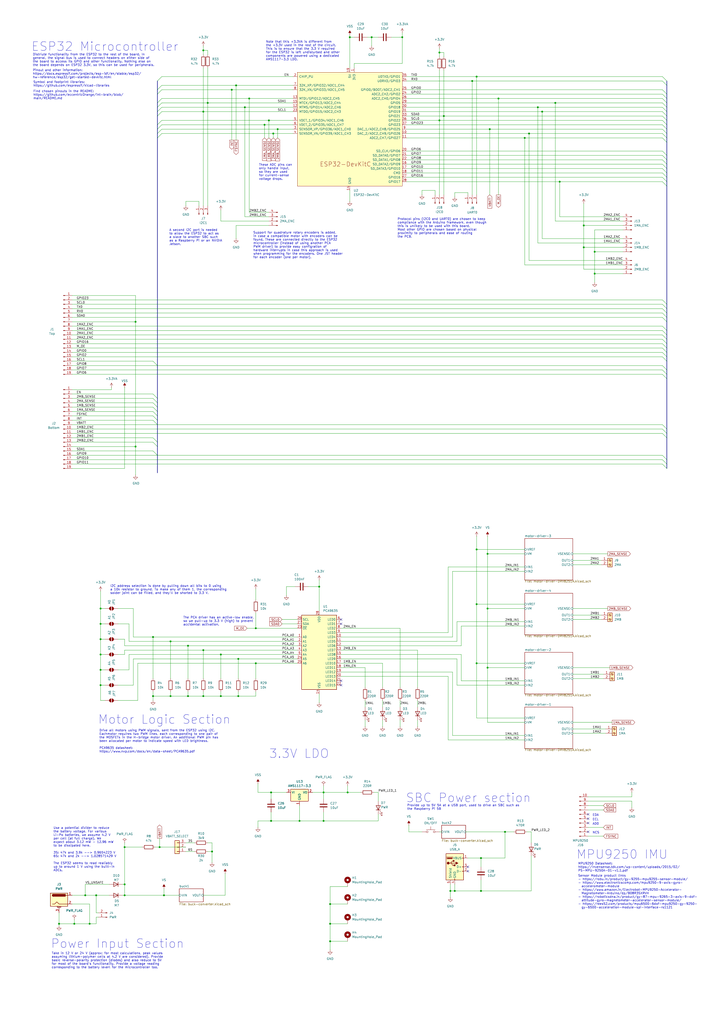
<source format=kicad_sch>
(kicad_sch (version 20231120) (generator "eeschema") (generator_version "8.0")
  (paper "A2" portrait)
  (title_block (title "RoboNex") (date "2024-06-17") (rev "1.0") (company "Anuj Verma"))
  (junction (at 345.44 146.05))
  (junction (at 34.29 535.94))
  (junction (at 58.42 353.06))
  (junction (at 134.62 52.07))
  (junction (at 144.78 57.15))
  (junction (at 120.65 59.69))
  (junction (at 138.43 403.86))
  (junction (at 118.11 377.19))
  (junction (at 55.88 519.43))
  (junction (at 325.12 105.41))
  (junction (at 187.96 476.25))
  (junction (at 289.56 57.15))
  (junction (at 88.9 369.57))
  (junction (at 322.58 59.69))
  (junction (at 142.24 62.23))
  (junction (at 95.25 519.43))
  (junction (at 293.37 482.6))
  (junction (at 99.06 372.11))
  (junction (at 312.42 62.23))
  (junction (at 153.67 72.39))
  (junction (at 157.48 459.74))
  (junction (at 72.39 513.08))
  (junction (at 257.81 67.31))
  (junction (at 191.77 524.51))
  (junction (at 185.42 340.36))
  (junction (at 118.11 29.21))
  (junction (at 314.96 64.77))
  (junction (at 118.11 403.86))
  (junction (at 72.39 519.43))
  (junction (at 138.43 382.27))
  (junction (at 201.93 459.74))
  (junction (at 215.9 21.59))
  (junction (at 123.19 494.03))
  (junction (at 203.2 21.59))
  (junction (at 157.48 476.25))
  (junction (at 161.29 74.93))
  (junction (at 283.21 321.31))
  (junction (at 283.21 387.35))
  (junction (at 255.27 30.48))
  (junction (at 191.77 546.1))
  (junction (at 58.42 361.95))
  (junction (at 345.44 158.75))
  (junction (at 58.42 379.73))
  (junction (at 264.16 516.89))
  (junction (at 58.42 370.84))
  (junction (at 58.42 388.62))
  (junction (at 92.71 491.49))
  (junction (at 58.42 397.51))
  (junction (at 279.4 516.89))
  (junction (at 339.09 143.51))
  (junction (at 43.18 535.94))
  (junction (at 148.59 364.49))
  (junction (at 191.77 535.94))
  (junction (at 261.62 516.89))
  (junction (at 276.86 350.52))
  (junction (at 304.8 80.01))
  (junction (at 233.68 21.59))
  (junction (at 118.11 64.77))
  (junction (at 276.86 44.45))
  (junction (at 148.59 384.81))
  (junction (at 274.32 46.99))
  (junction (at 173.99 476.25))
  (junction (at 187.96 459.74))
  (junction (at 137.16 49.53))
  (junction (at 109.22 374.65))
  (junction (at 276.86 318.77))
  (junction (at 156.21 69.85))
  (junction (at 283.21 353.06))
  (junction (at 109.22 403.86))
  (junction (at 99.06 403.86))
  (junction (at 307.34 77.47))
  (junction (at 339.09 130.81))
  (junction (at 128.27 379.73))
  (junction (at 158.75 77.47))
  (junction (at 128.27 403.86))
  (junction (at 52.07 535.94))
  (junction (at 255.27 69.85))
  (junction (at 72.39 491.49))
  (junction (at 284.48 74.93))
  (junction (at 276.86 384.81))
  (junction (at 49.53 519.43))
  (junction (at 279.4 497.84))
  (junction (at 88.9 403.86))
  (junction (at 78.74 259.08))
  (junction (at 78.74 186.69))
  (no_connect (at 198.12 394.97))
  (no_connect (at 341.63 474.98))
  (no_connect (at 198.12 397.51))
  (no_connect (at 198.12 359.41))
  (no_connect (at 341.63 477.52))
  (no_connect (at 198.12 361.95))
  (no_connect (at 341.63 472.44))
  (no_connect (at 271.78 502.92))
  (no_connect (at 341.63 482.6))
  (no_connect (at 271.78 505.46))
  (bus_entry (at 384.81 207.01) (size 2.54 2.54))
  (bus_entry (at 88.9 238.76) (size 2.54 2.54))
  (bus_entry (at 88.9 228.6) (size 2.54 2.54))
  (bus_entry (at 91.44 64.77) (size 2.54 -2.54))
  (bus_entry (at 384.81 196.85) (size 2.54 2.54))
  (bus_entry (at 384.81 97.79) (size 2.54 2.54))
  (bus_entry (at 91.44 54.61) (size 2.54 -2.54))
  (bus_entry (at 384.81 102.87) (size 2.54 2.54))
  (bus_entry (at 384.81 264.16) (size 2.54 2.54))
  (bus_entry (at 91.44 46.99) (size 2.54 -2.54))
  (bus_entry (at 384.81 179.07) (size 2.54 2.54))
  (bus_entry (at 88.9 209.55) (size 2.54 2.54))
  (bus_entry (at 88.9 243.84) (size 2.54 2.54))
  (bus_entry (at 384.81 214.63) (size 2.54 2.54))
  (bus_entry (at 384.81 67.31) (size 2.54 2.54))
  (bus_entry (at 384.81 194.31) (size 2.54 2.54))
  (bus_entry (at 88.9 233.68) (size 2.54 2.54))
  (bus_entry (at 91.44 52.07) (size 2.54 -2.54))
  (bus_entry (at 384.81 184.15) (size 2.54 2.54))
  (bus_entry (at 91.44 80.01) (size 2.54 -2.54))
  (bus_entry (at 384.81 59.69) (size 2.54 2.54))
  (bus_entry (at 88.9 241.3) (size 2.54 2.54))
  (bus_entry (at 384.81 189.23) (size 2.54 2.54))
  (bus_entry (at 91.44 67.31) (size 2.54 -2.54))
  (bus_entry (at 91.44 62.23) (size 2.54 -2.54))
  (bus_entry (at 384.81 44.45) (size 2.54 2.54))
  (bus_entry (at 384.81 64.77) (size 2.54 2.54))
  (bus_entry (at 88.9 256.54) (size 2.54 2.54))
  (bus_entry (at 384.81 181.61) (size 2.54 2.54))
  (bus_entry (at 91.44 72.39) (size 2.54 -2.54))
  (bus_entry (at 384.81 204.47) (size 2.54 2.54))
  (bus_entry (at 384.81 54.61) (size 2.54 2.54))
  (bus_entry (at 384.81 176.53) (size 2.54 2.54))
  (bus_entry (at 384.81 173.99) (size 2.54 2.54))
  (bus_entry (at 384.81 269.24) (size 2.54 2.54))
  (bus_entry (at 384.81 100.33) (size 2.54 2.54))
  (bus_entry (at 384.81 95.25) (size 2.54 2.54))
  (bus_entry (at 384.81 80.01) (size 2.54 2.54))
  (bus_entry (at 384.81 105.41) (size 2.54 2.54))
  (bus_entry (at 384.81 46.99) (size 2.54 2.54))
  (bus_entry (at 384.81 217.17) (size 2.54 2.54))
  (bus_entry (at 91.44 77.47) (size 2.54 -2.54))
  (bus_entry (at 88.9 254) (size 2.54 2.54))
  (bus_entry (at 384.81 251.46) (size 2.54 2.54))
  (bus_entry (at 88.9 261.62) (size 2.54 2.54))
  (bus_entry (at 384.81 246.38) (size 2.54 2.54))
  (bus_entry (at 384.81 72.39) (size 2.54 2.54))
  (bus_entry (at 384.81 199.39) (size 2.54 2.54))
  (bus_entry (at 384.81 57.15) (size 2.54 2.54))
  (bus_entry (at 384.81 77.47) (size 2.54 2.54))
  (bus_entry (at 384.81 266.7) (size 2.54 2.54))
  (bus_entry (at 384.81 201.93) (size 2.54 2.54))
  (bus_entry (at 384.81 191.77) (size 2.54 2.54))
  (bus_entry (at 91.44 74.93) (size 2.54 -2.54))
  (bus_entry (at 384.81 87.63) (size 2.54 2.54))
  (bus_entry (at 384.81 92.71) (size 2.54 2.54))
  (bus_entry (at 384.81 74.93) (size 2.54 2.54))
  (bus_entry (at 384.81 248.92) (size 2.54 2.54))
  (bus_entry (at 384.81 90.17) (size 2.54 2.54))
  (bus_entry (at 384.81 52.07) (size 2.54 2.54))
  (bus_entry (at 91.44 59.69) (size 2.54 -2.54))
  (bus_entry (at 384.81 212.09) (size 2.54 2.54))
  (bus_entry (at 384.81 62.23) (size 2.54 2.54))
  (bus_entry (at 88.9 236.22) (size 2.54 2.54))
  (bus_entry (at 88.9 231.14) (size 2.54 2.54))
  (bus_entry (at 384.81 69.85) (size 2.54 2.54))
  (wire (pts (xy 187.96 455.93) (xy 187.96 459.74)))
  (wire (pts (xy 41.91 251.46) (xy 384.81 251.46)))
  (wire (pts (xy 172.72 382.27) (xy 138.43 382.27)))
  (wire (pts (xy 198.12 374.65) (xy 267.97 374.65)))
  (wire (pts (xy 262.89 331.47) (xy 304.8 331.47)))
  (wire (pts (xy 148.59 355.6) (xy 148.59 364.49)))
  (wire (pts (xy 332.74 425.45) (xy 351.79 425.45)))
  (wire (pts (xy 72.39 374.65) (xy 109.22 374.65)))
  (wire (pts (xy 222.25 417.83) (xy 222.25 421.64)))
  (wire (pts (xy 264.16 111.76) (xy 271.78 111.76)))
  (wire (pts (xy 72.39 379.73) (xy 68.58 379.73)))
  (wire (pts (xy 255.27 40.64) (xy 255.27 69.85)))
  (wire (pts (xy 93.98 44.45) (xy 170.18 44.45)))
  (wire (pts (xy 191.77 546.1) (xy 191.77 535.94)))
  (wire (pts (xy 91.44 246.38) (xy 384.81 246.38)))
  (wire (pts (xy 332.74 391.16) (xy 350.52 391.16)))
  (wire (pts (xy 77.47 382.27) (xy 77.47 397.51)))
  (wire (pts (xy 332.74 353.06) (xy 353.06 353.06)))
  (wire (pts (xy 276.86 350.52) (xy 304.8 350.52)))
  (wire (pts (xy 262.89 389.89) (xy 262.89 426.72)))
  (wire (pts (xy 95.25 519.43) (xy 104.14 519.43)))
  (bus (pts (xy 387.35 92.71) (xy 387.35 95.25)))
  (wire (pts (xy 203.2 20.32) (xy 203.2 21.59)))
  (wire (pts (xy 262.89 331.47) (xy 262.89 369.57)))
  (wire (pts (xy 120.65 59.69) (xy 120.65 119.38)))
  (wire (pts (xy 58.42 406.4) (xy 60.96 406.4)))
  (wire (pts (xy 215.9 21.59) (xy 215.9 26.67)))
  (wire (pts (xy 77.47 353.06) (xy 68.58 353.06)))
  (wire (pts (xy 52.07 535.94) (xy 55.88 535.94)))
  (wire (pts (xy 233.68 21.59) (xy 233.68 36.83)))
  (wire (pts (xy 236.22 72.39) (xy 384.81 72.39)))
  (wire (pts (xy 236.22 80.01) (xy 304.8 80.01)))
  (wire (pts (xy 78.74 275.59) (xy 78.74 259.08)))
  (wire (pts (xy 276.86 384.81) (xy 276.86 416.56)))
  (wire (pts (xy 236.22 105.41) (xy 325.12 105.41)))
  (wire (pts (xy 307.34 151.13) (xy 361.95 151.13)))
  (wire (pts (xy 191.77 524.51) (xy 191.77 514.35)))
  (wire (pts (xy 242.57 417.83) (xy 242.57 421.64)))
  (wire (pts (xy 137.16 49.53) (xy 170.18 49.53)))
  (bus (pts (xy 91.44 64.77) (xy 91.44 67.31)))
  (wire (pts (xy 88.9 369.57) (xy 172.72 369.57)))
  (wire (pts (xy 93.98 74.93) (xy 161.29 74.93)))
  (wire (pts (xy 128.27 128.27) (xy 128.27 121.92)))
  (wire (pts (xy 80.01 384.81) (xy 148.59 384.81)))
  (bus (pts (xy 387.35 95.25) (xy 387.35 97.79)))
  (wire (pts (xy 120.65 39.37) (xy 120.65 59.69)))
  (wire (pts (xy 41.91 191.77) (xy 384.81 191.77)))
  (wire (pts (xy 107.95 116.84) (xy 107.95 119.38)))
  (wire (pts (xy 58.42 397.51) (xy 60.96 397.51)))
  (wire (pts (xy 304.8 387.35) (xy 283.21 387.35)))
  (wire (pts (xy 232.41 417.83) (xy 232.41 421.64)))
  (wire (pts (xy 304.8 153.67) (xy 304.8 80.01)))
  (wire (pts (xy 118.11 64.77) (xy 170.18 64.77)))
  (wire (pts (xy 88.9 369.57) (xy 88.9 393.7)))
  (wire (pts (xy 41.91 184.15) (xy 384.81 184.15)))
  (bus (pts (xy 387.35 62.23) (xy 387.35 64.77)))
  (wire (pts (xy 72.39 488.95) (xy 72.39 491.49)))
  (wire (pts (xy 41.91 248.92) (xy 384.81 248.92)))
  (wire (pts (xy 213.36 21.59) (xy 215.9 21.59)))
  (wire (pts (xy 265.43 360.68) (xy 265.43 372.11)))
  (bus (pts (xy 387.35 90.17) (xy 387.35 92.71)))
  (wire (pts (xy 236.22 69.85) (xy 255.27 69.85)))
  (wire (pts (xy 109.22 403.86) (xy 118.11 403.86)))
  (wire (pts (xy 43.18 533.4) (xy 43.18 535.94)))
  (bus (pts (xy 387.35 191.77) (xy 387.35 194.31)))
  (wire (pts (xy 283.21 321.31) (xy 283.21 353.06)))
  (bus (pts (xy 387.35 74.93) (xy 387.35 77.47)))
  (wire (pts (xy 181.61 459.74) (xy 187.96 459.74)))
  (bus (pts (xy 91.44 72.39) (xy 91.44 74.93)))
  (wire (pts (xy 41.91 207.01) (xy 384.81 207.01)))
  (wire (pts (xy 157.48 476.25) (xy 157.48 471.17)))
  (wire (pts (xy 120.65 29.21) (xy 120.65 31.75)))
  (wire (pts (xy 118.11 29.21) (xy 120.65 29.21)))
  (wire (pts (xy 41.91 199.39) (xy 384.81 199.39)))
  (wire (pts (xy 137.16 130.81) (xy 137.16 138.43)))
  (wire (pts (xy 144.78 123.19) (xy 144.78 57.15)))
  (wire (pts (xy 261.62 516.89) (xy 264.16 516.89)))
  (wire (pts (xy 264.16 111.76) (xy 264.16 114.3)))
  (wire (pts (xy 314.96 64.77) (xy 384.81 64.77)))
  (bus (pts (xy 387.35 102.87) (xy 387.35 105.41)))
  (wire (pts (xy 232.41 398.78) (xy 232.41 364.49)))
  (wire (pts (xy 236.22 57.15) (xy 289.56 57.15)))
  (wire (pts (xy 332.74 321.31) (xy 353.06 321.31)))
  (wire (pts (xy 118.11 64.77) (xy 118.11 119.38)))
  (wire (pts (xy 215.9 21.59) (xy 219.71 21.59)))
  (wire (pts (xy 78.74 171.45) (xy 41.91 171.45)))
  (bus (pts (xy 387.35 82.55) (xy 387.35 90.17)))
  (wire (pts (xy 41.91 269.24) (xy 384.81 269.24)))
  (wire (pts (xy 260.35 328.93) (xy 304.8 328.93)))
  (wire (pts (xy 157.48 459.74) (xy 166.37 459.74)))
  (bus (pts (xy 387.35 251.46) (xy 387.35 254)))
  (wire (pts (xy 149.86 480.06) (xy 149.86 476.25)))
  (wire (pts (xy 58.42 353.06) (xy 58.42 361.95)))
  (wire (pts (xy 72.39 374.65) (xy 72.39 370.84)))
  (wire (pts (xy 93.98 57.15) (xy 144.78 57.15)))
  (bus (pts (xy 91.44 264.16) (xy 91.44 274.32)))
  (wire (pts (xy 34.29 535.94) (xy 34.29 537.21)))
  (wire (pts (xy 345.44 158.75) (xy 361.95 158.75)))
  (wire (pts (xy 153.67 72.39) (xy 170.18 72.39)))
  (wire (pts (xy 233.68 19.05) (xy 233.68 21.59)))
  (wire (pts (xy 322.58 59.69) (xy 384.81 59.69)))
  (wire (pts (xy 41.91 266.7) (xy 384.81 266.7)))
  (wire (pts (xy 58.42 361.95) (xy 60.96 361.95)))
  (wire (pts (xy 93.98 64.77) (xy 118.11 64.77)))
  (wire (pts (xy 308.61 482.6) (xy 308.61 488.95)))
  (wire (pts (xy 306.07 482.6) (xy 308.61 482.6)))
  (wire (pts (xy 339.09 143.51) (xy 361.95 143.51)))
  (wire (pts (xy 120.65 494.03) (xy 123.19 494.03)))
  (wire (pts (xy 68.58 406.4) (xy 80.01 406.4)))
  (wire (pts (xy 41.91 519.43) (xy 49.53 519.43)))
  (bus (pts (xy 91.44 241.3) (xy 91.44 243.84)))
  (wire (pts (xy 128.27 128.27) (xy 156.21 128.27)))
  (bus (pts (xy 91.44 212.09) (xy 91.44 231.14)))
  (wire (pts (xy 107.95 494.03) (xy 113.03 494.03)))
  (bus (pts (xy 91.44 46.99) (xy 91.44 52.07)))
  (wire (pts (xy 219.71 459.74) (xy 219.71 464.82)))
  (wire (pts (xy 187.96 463.55) (xy 187.96 459.74)))
  (wire (pts (xy 219.71 472.44) (xy 219.71 476.25)))
  (wire (pts (xy 41.91 186.69) (xy 78.74 186.69)))
  (bus (pts (xy 387.35 107.95) (xy 387.35 176.53)))
  (wire (pts (xy 41.91 261.62) (xy 88.9 261.62)))
  (bus (pts (xy 387.35 72.39) (xy 387.35 74.93)))
  (bus (pts (xy 387.35 59.69) (xy 387.35 62.23)))
  (bus (pts (xy 91.44 52.07) (xy 91.44 54.61)))
  (wire (pts (xy 77.47 382.27) (xy 138.43 382.27)))
  (wire (pts (xy 41.91 241.3) (xy 88.9 241.3)))
  (wire (pts (xy 322.58 128.27) (xy 322.58 59.69)))
  (wire (pts (xy 118.11 377.19) (xy 118.11 393.7)))
  (wire (pts (xy 41.91 259.08) (xy 78.74 259.08)))
  (wire (pts (xy 74.93 379.73) (xy 128.27 379.73)))
  (wire (pts (xy 72.39 377.19) (xy 118.11 377.19)))
  (wire (pts (xy 271.78 497.84) (xy 279.4 497.84)))
  (wire (pts (xy 361.95 125.73) (xy 325.12 125.73)))
  (wire (pts (xy 166.37 340.36) (xy 166.37 345.44)))
  (wire (pts (xy 173.99 476.25) (xy 187.96 476.25)))
  (wire (pts (xy 339.09 130.81) (xy 361.95 130.81)))
  (wire (pts (xy 237.49 482.6) (xy 245.11 482.6)))
  (wire (pts (xy 120.65 59.69) (xy 170.18 59.69)))
  (wire (pts (xy 267.97 394.97) (xy 304.8 394.97)))
  (bus (pts (xy 91.44 259.08) (xy 91.44 264.16)))
  (bus (pts (xy 91.44 74.93) (xy 91.44 77.47)))
  (wire (pts (xy 293.37 497.84) (xy 293.37 482.6)))
  (bus (pts (xy 387.35 64.77) (xy 387.35 67.31)))
  (wire (pts (xy 118.11 39.37) (xy 118.11 64.77)))
  (wire (pts (xy 236.22 46.99) (xy 274.32 46.99)))
  (wire (pts (xy 148.59 341.63) (xy 148.59 347.98)))
  (wire (pts (xy 41.91 209.55) (xy 88.9 209.55)))
  (wire (pts (xy 118.11 29.21) (xy 118.11 31.75)))
  (bus (pts (xy 387.35 67.31) (xy 387.35 69.85)))
  (wire (pts (xy 123.19 494.03) (xy 123.19 488.95)))
  (wire (pts (xy 41.91 194.31) (xy 384.81 194.31)))
  (wire (pts (xy 203.2 21.59) (xy 203.2 39.37)))
  (wire (pts (xy 284.48 74.93) (xy 284.48 113.03)))
  (bus (pts (xy 91.44 80.01) (xy 91.44 212.09)))
  (wire (pts (xy 236.22 54.61) (xy 384.81 54.61)))
  (wire (pts (xy 236.22 52.07) (xy 384.81 52.07)))
  (wire (pts (xy 41.91 226.06) (xy 64.77 226.06)))
  (wire (pts (xy 339.09 130.81) (xy 339.09 143.51)))
  (wire (pts (xy 255.27 482.6) (xy 256.54 482.6)))
  (wire (pts (xy 236.22 44.45) (xy 276.86 44.45)))
  (wire (pts (xy 236.22 74.93) (xy 284.48 74.93)))
  (wire (pts (xy 212.09 417.83) (xy 212.09 421.64)))
  (wire (pts (xy 93.98 62.23) (xy 142.24 62.23)))
  (wire (pts (xy 41.91 196.85) (xy 384.81 196.85)))
  (bus (pts (xy 387.35 201.93) (xy 387.35 204.47)))
  (wire (pts (xy 187.96 459.74) (xy 201.93 459.74)))
  (wire (pts (xy 257.81 30.48) (xy 257.81 33.02)))
  (wire (pts (xy 261.62 513.08) (xy 261.62 516.89)))
  (wire (pts (xy 284.48 74.93) (xy 384.81 74.93)))
  (wire (pts (xy 41.91 243.84) (xy 88.9 243.84)))
  (bus (pts (xy 387.35 46.99) (xy 387.35 49.53)))
  (wire (pts (xy 245.11 110.49) (xy 252.73 110.49)))
  (wire (pts (xy 236.22 97.79) (xy 384.81 97.79)))
  (wire (pts (xy 345.44 146.05) (xy 345.44 158.75)))
  (wire (pts (xy 236.22 100.33) (xy 384.81 100.33)))
  (wire (pts (xy 88.9 401.32) (xy 88.9 403.86)))
  (wire (pts (xy 74.93 379.73) (xy 74.93 388.62)))
  (wire (pts (xy 341.63 480.06) (xy 350.52 480.06)))
  (wire (pts (xy 187.96 476.25) (xy 187.96 471.17)))
  (wire (pts (xy 236.22 90.17) (xy 384.81 90.17)))
  (wire (pts (xy 63.5 513.08) (xy 49.53 513.08)))
  (wire (pts (xy 257.81 67.31) (xy 384.81 67.31)))
  (wire (pts (xy 74.93 372.11) (xy 99.06 372.11)))
  (wire (pts (xy 123.19 500.38) (xy 123.19 494.03)))
  (wire (pts (xy 236.22 92.71) (xy 384.81 92.71)))
  (wire (pts (xy 91.44 212.09) (xy 384.81 212.09)))
  (wire (pts (xy 255.27 30.48) (xy 255.27 33.02)))
  (bus (pts (xy 91.44 54.61) (xy 91.44 59.69)))
  (wire (pts (xy 58.42 388.62) (xy 58.42 397.51)))
  (wire (pts (xy 252.73 110.49) (xy 252.73 113.03)))
  (wire (pts (xy 312.42 62.23) (xy 384.81 62.23)))
  (wire (pts (xy 361.95 128.27) (xy 322.58 128.27)))
  (wire (pts (xy 255.27 27.94) (xy 255.27 30.48)))
  (wire (pts (xy 137.16 49.53) (xy 137.16 81.28)))
  (bus (pts (xy 387.35 186.69) (xy 387.35 191.77)))
  (wire (pts (xy 276.86 384.81) (xy 304.8 384.81)))
  (wire (pts (xy 41.91 238.76) (xy 88.9 238.76)))
  (wire (pts (xy 283.21 321.31) (xy 304.8 321.31)))
  (wire (pts (xy 93.98 52.07) (xy 134.62 52.07)))
  (wire (pts (xy 276.86 416.56) (xy 304.8 416.56)))
  (wire (pts (xy 279.4 497.84) (xy 293.37 497.84)))
  (wire (pts (xy 237.49 478.79) (xy 237.49 482.6)))
  (wire (pts (xy 274.32 46.99) (xy 384.81 46.99)))
  (wire (pts (xy 99.06 403.86) (xy 109.22 403.86)))
  (wire (pts (xy 144.78 57.15) (xy 170.18 57.15)))
  (bus (pts (xy 387.35 204.47) (xy 387.35 207.01)))
  (wire (pts (xy 345.44 163.83) (xy 345.44 158.75)))
  (wire (pts (xy 58.42 361.95) (xy 58.42 370.84)))
  (wire (pts (xy 341.63 464.82) (xy 367.03 464.82)))
  (bus (pts (xy 91.44 67.31) (xy 91.44 72.39)))
  (wire (pts (xy 88.9 403.86) (xy 99.06 403.86)))
  (wire (pts (xy 217.17 459.74) (xy 219.71 459.74)))
  (wire (pts (xy 41.91 181.61) (xy 384.81 181.61)))
  (wire (pts (xy 264.16 513.08) (xy 264.16 516.89)))
  (wire (pts (xy 93.98 69.85) (xy 156.21 69.85)))
  (wire (pts (xy 332.74 356.87) (xy 349.25 356.87)))
  (wire (pts (xy 71.12 513.08) (xy 72.39 513.08)))
  (wire (pts (xy 198.12 384.81) (xy 222.25 384.81)))
  (bus (pts (xy 387.35 97.79) (xy 387.35 100.33)))
  (wire (pts (xy 41.91 204.47) (xy 384.81 204.47)))
  (wire (pts (xy 198.12 379.73) (xy 267.97 379.73)))
  (wire (pts (xy 341.63 462.28) (xy 367.03 462.28)))
  (wire (pts (xy 41.91 256.54) (xy 88.9 256.54)))
  (wire (pts (xy 242.57 377.19) (xy 242.57 398.78)))
  (wire (pts (xy 49.53 519.43) (xy 55.88 519.43)))
  (bus (pts (xy 91.44 236.22) (xy 91.44 238.76)))
  (wire (pts (xy 307.34 77.47) (xy 384.81 77.47)))
  (wire (pts (xy 255.27 69.85) (xy 255.27 113.03)))
  (wire (pts (xy 185.42 402.59) (xy 185.42 407.67)))
  (wire (pts (xy 283.21 419.1) (xy 304.8 419.1)))
  (wire (pts (xy 128.27 403.86) (xy 138.43 403.86)))
  (wire (pts (xy 171.45 340.36) (xy 166.37 340.36)))
  (wire (pts (xy 118.11 403.86) (xy 128.27 403.86)))
  (wire (pts (xy 274.32 46.99) (xy 274.32 113.03)))
  (wire (pts (xy 314.96 64.77) (xy 314.96 138.43)))
  (wire (pts (xy 149.86 454.66) (xy 149.86 459.74)))
  (bus (pts (xy 387.35 176.53) (xy 387.35 179.07)))
  (wire (pts (xy 212.09 406.4) (xy 212.09 410.21)))
  (wire (pts (xy 339.09 156.21) (xy 361.95 156.21)))
  (wire (pts (xy 173.99 476.25) (xy 173.99 467.36)))
  (wire (pts (xy 52.07 524.51) (xy 41.91 524.51)))
  (wire (pts (xy 255.27 30.48) (xy 257.81 30.48)))
  (wire (pts (xy 95.25 515.62) (xy 95.25 519.43)))
  (wire (pts (xy 283.21 311.15) (xy 283.21 321.31)))
  (bus (pts (xy 387.35 57.15) (xy 387.35 59.69)))
  (bus (pts (xy 387.35 214.63) (xy 387.35 217.17)))
  (wire (pts (xy 153.67 80.01) (xy 153.67 72.39)))
  (wire (pts (xy 265.43 372.11) (xy 198.12 372.11)))
  (wire (pts (xy 148.59 384.81) (xy 148.59 393.7)))
  (wire (pts (xy 163.83 359.41) (xy 172.72 359.41)))
  (wire (pts (xy 325.12 105.41) (xy 384.81 105.41)))
  (wire (pts (xy 78.74 186.69) (xy 78.74 171.45)))
  (wire (pts (xy 222.25 406.4) (xy 222.25 410.21)))
  (bus (pts (xy 387.35 217.17) (xy 387.35 219.71)))
  (wire (pts (xy 191.77 551.18) (xy 191.77 546.1)))
  (wire (pts (xy 72.39 370.84) (xy 68.58 370.84)))
  (wire (pts (xy 138.43 382.27) (xy 138.43 393.7)))
  (wire (pts (xy 134.62 52.07) (xy 170.18 52.07)))
  (wire (pts (xy 198.12 389.89) (xy 262.89 389.89)))
  (wire (pts (xy 283.21 353.06) (xy 283.21 387.35)))
  (wire (pts (xy 205.74 36.83) (xy 233.68 36.83)))
  (wire (pts (xy 267.97 379.73) (xy 267.97 394.97)))
  (wire (pts (xy 41.91 217.17) (xy 384.81 217.17)))
  (wire (pts (xy 143.51 364.49) (xy 148.59 364.49)))
  (wire (pts (xy 361.95 140.97) (xy 312.42 140.97)))
  (wire (pts (xy 156.21 69.85) (xy 170.18 69.85)))
  (wire (pts (xy 58.42 379.73) (xy 60.96 379.73)))
  (wire (pts (xy 142.24 62.23) (xy 170.18 62.23)))
  (wire (pts (xy 212.09 387.35) (xy 198.12 387.35)))
  (bus (pts (xy 387.35 269.24) (xy 387.35 271.78)))
  (wire (pts (xy 265.43 382.27) (xy 198.12 382.27)))
  (wire (pts (xy 265.43 397.51) (xy 265.43 382.27)))
  (wire (pts (xy 55.88 519.43) (xy 55.88 529.59)))
  (wire (pts (xy 41.91 212.09) (xy 91.44 212.09)))
  (wire (pts (xy 332.74 359.41) (xy 349.25 359.41)))
  (bus (pts (xy 387.35 100.33) (xy 387.35 102.87)))
  (wire (pts (xy 99.06 403.86) (xy 99.06 401.32)))
  (wire (pts (xy 74.93 372.11) (xy 74.93 361.95)))
  (bus (pts (xy 91.44 246.38) (xy 91.44 256.54)))
  (wire (pts (xy 72.39 377.19) (xy 72.39 379.73)))
  (wire (pts (xy 261.62 516.89) (xy 261.62 520.7)))
  (wire (pts (xy 203.2 110.49) (xy 203.2 116.84)))
  (wire (pts (xy 99.06 372.11) (xy 172.72 372.11)))
  (wire (pts (xy 187.96 476.25) (xy 219.71 476.25)))
  (wire (pts (xy 236.22 102.87) (xy 384.81 102.87)))
  (wire (pts (xy 236.22 62.23) (xy 312.42 62.23)))
  (wire (pts (xy 242.57 406.4) (xy 242.57 410.21)))
  (wire (pts (xy 137.16 130.81) (xy 156.21 130.81)))
  (wire (pts (xy 138.43 403.86) (xy 138.43 401.32)))
  (bus (pts (xy 387.35 49.53) (xy 387.35 54.61)))
  (wire (pts (xy 78.74 259.08) (xy 78.74 186.69)))
  (wire (pts (xy 185.42 340.36) (xy 185.42 354.33)))
  (wire (pts (xy 72.39 224.79) (xy 72.39 271.78)))
  (wire (pts (xy 72.39 491.49) (xy 82.55 491.49)))
  (wire (pts (xy 142.24 62.23) (xy 142.24 125.73)))
  (wire (pts (xy 128.27 403.86) (xy 128.27 401.32)))
  (wire (pts (xy 41.91 271.78) (xy 72.39 271.78)))
  (bus (pts (xy 387.35 196.85) (xy 387.35 199.39)))
  (bus (pts (xy 387.35 69.85) (xy 387.35 72.39)))
  (wire (pts (xy 55.88 529.59) (xy 57.15 529.59)))
  (wire (pts (xy 41.91 264.16) (xy 91.44 264.16)))
  (wire (pts (xy 93.98 72.39) (xy 153.67 72.39)))
  (wire (pts (xy 232.41 406.4) (xy 232.41 410.21)))
  (wire (pts (xy 58.42 342.9) (xy 58.42 353.06)))
  (wire (pts (xy 118.11 403.86) (xy 118.11 401.32)))
  (bus (pts (xy 91.44 59.69) (xy 91.44 62.23)))
  (wire (pts (xy 276.86 311.15) (xy 276.86 318.77)))
  (bus (pts (xy 91.44 62.23) (xy 91.44 64.77)))
  (wire (pts (xy 191.77 514.35) (xy 201.93 514.35)))
  (wire (pts (xy 201.93 455.93) (xy 201.93 459.74)))
  (wire (pts (xy 289.56 57.15) (xy 384.81 57.15)))
  (wire (pts (xy 49.53 513.08) (xy 49.53 519.43)))
  (wire (pts (xy 236.22 67.31) (xy 257.81 67.31)))
  (wire (pts (xy 58.42 379.73) (xy 58.42 388.62)))
  (wire (pts (xy 72.39 491.49) (xy 72.39 513.08)))
  (wire (pts (xy 128.27 379.73) (xy 128.27 393.7)))
  (wire (pts (xy 130.81 506.73) (xy 130.81 519.43)))
  (bus (pts (xy 387.35 80.01) (xy 387.35 82.55)))
  (wire (pts (xy 339.09 118.11) (xy 339.09 130.81)))
  (wire (pts (xy 276.86 350.52) (xy 276.86 384.81)))
  (wire (pts (xy 93.98 49.53) (xy 137.16 49.53)))
  (wire (pts (xy 58.42 388.62) (xy 60.96 388.62)))
  (wire (pts (xy 267.97 363.22) (xy 304.8 363.22)))
  (wire (pts (xy 109.22 374.65) (xy 109.22 393.7)))
  (wire (pts (xy 41.91 246.38) (xy 91.44 246.38)))
  (wire (pts (xy 41.91 179.07) (xy 384.81 179.07)))
  (wire (pts (xy 198.12 377.19) (xy 242.57 377.19)))
  (wire (pts (xy 279.4 510.54) (xy 279.4 516.89)))
  (wire (pts (xy 198.12 367.03) (xy 260.35 367.03)))
  (wire (pts (xy 58.42 370.84) (xy 58.42 379.73)))
  (wire (pts (xy 232.41 364.49) (xy 198.12 364.49)))
  (wire (pts (xy 149.86 476.25) (xy 157.48 476.25)))
  (wire (pts (xy 74.93 361.95) (xy 68.58 361.95)))
  (wire (pts (xy 191.77 546.1) (xy 201.93 546.1)))
  (bus (pts (xy 387.35 179.07) (xy 387.35 181.61)))
  (wire (pts (xy 148.59 403.86) (xy 148.59 401.32)))
  (wire (pts (xy 118.11 377.19) (xy 172.72 377.19)))
  (bus (pts (xy 91.44 233.68) (xy 91.44 236.22)))
  (wire (pts (xy 203.2 21.59) (xy 205.74 21.59)))
  (wire (pts (xy 279.4 516.89) (xy 308.61 516.89)))
  (wire (pts (xy 72.39 513.08) (xy 72.39 519.43)))
  (wire (pts (xy 99.06 372.11) (xy 99.06 393.7)))
  (wire (pts (xy 341.63 467.36) (xy 350.52 467.36)))
  (wire (pts (xy 236.22 64.77) (xy 314.96 64.77)))
  (wire (pts (xy 55.88 519.43) (xy 63.5 519.43)))
  (wire (pts (xy 257.81 40.64) (xy 257.81 67.31)))
  (wire (pts (xy 118.11 519.43) (xy 130.81 519.43)))
  (wire (pts (xy 276.86 318.77) (xy 304.8 318.77)))
  (wire (pts (xy 41.91 254) (xy 88.9 254)))
  (wire (pts (xy 156.21 69.85) (xy 156.21 80.01)))
  (bus (pts (xy 91.44 238.76) (xy 91.44 241.3)))
  (wire (pts (xy 308.61 496.57) (xy 308.61 516.89)))
  (wire (pts (xy 201.93 459.74) (xy 209.55 459.74)))
  (wire (pts (xy 345.44 133.35) (xy 345.44 146.05)))
  (wire (pts (xy 93.98 77.47) (xy 158.75 77.47)))
  (wire (pts (xy 276.86 318.77) (xy 276.86 350.52)))
  (wire (pts (xy 332.74 393.7) (xy 350.52 393.7)))
  (bus (pts (xy 91.44 77.47) (xy 91.44 80.01)))
  (wire (pts (xy 134.62 52.07) (xy 134.62 81.28)))
  (wire (pts (xy 161.29 74.93) (xy 161.29 80.01)))
  (wire (pts (xy 276.86 44.45) (xy 384.81 44.45)))
  (wire (pts (xy 191.77 535.94) (xy 191.77 524.51)))
  (wire (pts (xy 191.77 535.94) (xy 201.93 535.94)))
  (wire (pts (xy 341.63 469.9) (xy 350.52 469.9)))
  (wire (pts (xy 41.91 173.99) (xy 384.81 173.99)))
  (wire (pts (xy 172.72 379.73) (xy 128.27 379.73)))
  (wire (pts (xy 260.35 367.03) (xy 260.35 328.93)))
  (wire (pts (xy 55.88 532.13) (xy 57.15 532.13)))
  (bus (pts (xy 387.35 77.47) (xy 387.35 80.01)))
  (wire (pts (xy 55.88 532.13) (xy 55.88 535.94)))
  (bus (pts (xy 387.35 105.41) (xy 387.35 107.95)))
  (wire (pts (xy 332.74 327.66) (xy 349.25 327.66)))
  (wire (pts (xy 41.91 201.93) (xy 384.81 201.93)))
  (wire (pts (xy 138.43 403.86) (xy 148.59 403.86)))
  (wire (pts (xy 163.83 361.95) (xy 172.72 361.95)))
  (wire (pts (xy 179.07 340.36) (xy 185.42 340.36)))
  (wire (pts (xy 149.86 459.74) (xy 157.48 459.74)))
  (wire (pts (xy 58.42 353.06) (xy 60.96 353.06)))
  (wire (pts (xy 52.07 524.51) (xy 52.07 535.94)))
  (wire (pts (xy 109.22 403.86) (xy 109.22 401.32)))
  (wire (pts (xy 279.4 497.84) (xy 279.4 502.92)))
  (wire (pts (xy 41.91 231.14) (xy 88.9 231.14)))
  (wire (pts (xy 71.12 519.43) (xy 72.39 519.43)))
  (wire (pts (xy 148.59 364.49) (xy 172.72 364.49)))
  (wire (pts (xy 339.09 143.51) (xy 339.09 156.21)))
  (bus (pts (xy 387.35 209.55) (xy 387.35 214.63)))
  (wire (pts (xy 345.44 146.05) (xy 361.95 146.05)))
  (wire (pts (xy 172.72 374.65) (xy 109.22 374.65)))
  (wire (pts (xy 41.91 233.68) (xy 88.9 233.68)))
  (wire (pts (xy 205.74 39.37) (xy 205.74 36.83)))
  (wire (pts (xy 293.37 482.6) (xy 298.45 482.6)))
  (wire (pts (xy 34.29 535.94) (xy 43.18 535.94)))
  (wire (pts (xy 236.22 95.25) (xy 384.81 95.25)))
  (wire (pts (xy 157.48 476.25) (xy 173.99 476.25)))
  (wire (pts (xy 260.35 392.43) (xy 198.12 392.43)))
  (wire (pts (xy 72.39 519.43) (xy 95.25 519.43)))
  (wire (pts (xy 90.17 491.49) (xy 92.71 491.49)))
  (wire (pts (xy 367.03 459.74) (xy 367.03 462.28)))
  (wire (pts (xy 332.74 419.1) (xy 355.6 419.1)))
  (wire (pts (xy 34.29 529.59) (xy 34.29 535.94)))
  (wire (pts (xy 265.43 360.68) (xy 304.8 360.68)))
  (wire (pts (xy 88.9 403.86) (xy 88.9 406.4)))
  (bus (pts (xy 387.35 207.01) (xy 387.35 209.55)))
  (bus (pts (xy 387.35 254) (xy 387.35 266.7)))
  (wire (pts (xy 58.42 397.51) (xy 58.42 406.4)))
  (bus (pts (xy 387.35 54.61) (xy 387.35 57.15)))
  (wire (pts (xy 257.81 67.31) (xy 257.81 113.03)))
  (wire (pts (xy 222.25 384.81) (xy 222.25 398.78)))
  (wire (pts (xy 312.42 62.23) (xy 312.42 140.97)))
  (wire (pts (xy 43.18 535.94) (xy 52.07 535.94)))
  (bus (pts (xy 387.35 184.15) (xy 387.35 186.69)))
  (wire (pts (xy 255.27 69.85) (xy 384.81 69.85)))
  (wire (pts (xy 283.21 353.06) (xy 304.8 353.06)))
  (wire (pts (xy 158.75 77.47) (xy 170.18 77.47)))
  (wire (pts (xy 157.48 463.55) (xy 157.48 459.74)))
  (bus (pts (xy 387.35 266.7) (xy 387.35 269.24)))
  (wire (pts (xy 148.59 384.81) (xy 172.72 384.81)))
  (wire (pts (xy 307.34 151.13) (xy 307.34 77.47)))
  (wire (pts (xy 77.47 369.57) (xy 88.9 369.57)))
  (bus (pts (xy 387.35 248.92) (xy 387.35 251.46)))
  (wire (pts (xy 245.11 110.49) (xy 245.11 113.03)))
  (wire (pts (xy 276.86 44.45) (xy 276.86 113.03)))
  (wire (pts (xy 304.8 397.51) (xy 265.43 397.51)))
  (wire (pts (xy 156.21 123.19) (xy 144.78 123.19)))
  (wire (pts (xy 332.74 387.35) (xy 354.33 387.35)))
  (wire (pts (xy 123.19 488.95) (xy 120.65 488.95)))
  (wire (pts (xy 77.47 369.57) (xy 77.47 353.06)))
  (wire (pts (xy 198.12 369.57) (xy 262.89 369.57)))
  (wire (pts (xy 267.97 374.65) (xy 267.97 363.22)))
  (wire (pts (xy 191.77 524.51) (xy 201.93 524.51)))
  (wire (pts (xy 41.91 189.23) (xy 384.81 189.23)))
  (wire (pts (xy 77.47 397.51) (xy 68.58 397.51)))
  (bus (pts (xy 387.35 199.39) (xy 387.35 201.93)))
  (wire (pts (xy 93.98 59.69) (xy 120.65 59.69)))
  (wire (pts (xy 41.91 236.22) (xy 88.9 236.22)))
  (wire (pts (xy 156.21 125.73) (xy 142.24 125.73)))
  (wire (pts (xy 304.8 80.01) (xy 384.81 80.01)))
  (wire (pts (xy 236.22 59.69) (xy 322.58 59.69)))
  (wire (pts (xy 283.21 387.35) (xy 283.21 419.1)))
  (wire (pts (xy 158.75 77.47) (xy 158.75 80.01)))
  (wire (pts (xy 107.95 488.95) (xy 113.03 488.95)))
  (wire (pts (xy 367.03 468.63) (xy 367.03 464.82)))
  (wire (pts (xy 260.35 429.26) (xy 304.8 429.26)))
  (bus (pts (xy 387.35 181.61) (xy 387.35 184.15)))
  (wire (pts (xy 41.91 228.6) (xy 88.9 228.6)))
  (wire (pts (xy 41.91 176.53) (xy 384.81 176.53)))
  (wire (pts (xy 91.44 264.16) (xy 384.81 264.16)))
  (wire (pts (xy 80.01 406.4) (xy 80.01 384.81)))
  (wire (pts (xy 361.95 138.43) (xy 314.96 138.43)))
  (wire (pts (xy 270.51 482.6) (xy 293.37 482.6)))
  (wire (pts (xy 271.78 111.76) (xy 271.78 113.03)))
  (wire (pts (xy 115.57 116.84) (xy 115.57 119.38)))
  (wire (pts (xy 260.35 429.26) (xy 260.35 392.43)))
  (bus (pts (xy 91.44 256.54) (xy 91.44 259.08)))
  (bus (pts (xy 91.44 243.84) (xy 91.44 246.38)))
  (wire (pts (xy 161.29 74.93) (xy 170.18 74.93)))
  (wire (pts (xy 325.12 105.41) (xy 325.12 125.73)))
  (wire (pts (xy 92.71 491.49) (xy 107.95 491.49)))
  (wire (pts (xy 185.42 336.55) (xy 185.42 340.36)))
  (wire (pts (xy 64.77 226.06) (xy 64.77 224.79)))
  (wire (pts (xy 361.95 153.67) (xy 304.8 153.67)))
  (wire (pts (xy 58.42 370.84) (xy 60.96 370.84)))
  (wire (pts (xy 92.71 486.41) (xy 92.71 491.49)))
  (wire (pts (xy 74.93 388.62) (xy 68.58 388.62)))
  (wire (pts (xy 289.56 57.15) (xy 289.56 113.03)))
  (wire (pts (xy 107.95 116.84) (xy 115.57 116.84)))
  (bus (pts (xy 387.35 194.31) (xy 387.35 196.85)))
  (wire (pts (xy 118.11 26.67) (xy 118.11 29.21)))
  (wire (pts (xy 41.91 214.63) (xy 384.81 214.63)))
  (bus (pts (xy 91.44 231.14) (xy 91.44 233.68)))
  (wire (pts (xy 227.33 21.59) (xy 233.68 21.59)))
  (wire (pts (xy 332.74 422.91) (xy 351.79 422.91)))
  (wire (pts (xy 345.44 133.35) (xy 361.95 133.35)))
  (wire (pts (xy 332.74 325.12) (xy 349.25 325.12)))
  (wire (pts (xy 262.89 426.72) (xy 304.8 426.72)))
  (wire (pts (xy 212.09 387.35) (xy 212.09 398.78)))
  (wire (pts (xy 236.22 77.47) (xy 307.34 77.47)))
  (bus (pts (xy 387.35 219.71) (xy 387.35 248.92)))
  (wire (pts (xy 341.63 485.14) (xy 350.52 485.14)))
  (wire (pts (xy 236.22 87.63) (xy 384.81 87.63)))
  (wire (pts (xy 264.16 516.89) (xy 279.4 516.89)))
  (text "The PCA driver has an active-low enable,\nso we pull-up to 3.3 V (high) to prevent\naccidental activation." (at 106.426 360.426 0) (effects (font (size 1.27 1.27)) (justify left)))
  (text "PCA9635 datasheet:\nhttps://www.nxp.com/docs/en/data-sheet/PCA9635.pdf" (at 57.658 435.102 0) (effects (font (size 1.27 1.27)) (justify left)))
  (text "Find chosen pinouts in the README:\nhttps://github.com/eccentricOrange/int-brain/blob/\nmain/README.md" (at 19.304 55.118 0) (effects (font (size 1.27 1.27)) (justify left)))
  (text "NCS" (at 344.17 483.87 0) (effects (font (size 1.27 1.27)) (justify left bottom)))
  (text "Motor Logic Section" (at 56.896 417.576 0) (effects (font (size 5.08 5.08)) (justify left)))
  (text "AD0" (at 344.17 478.79 0) (effects (font (size 1.27 1.27)) (justify left bottom)))
  (text "SBC Power section" (at 235.712 463.042 0) (effects (font (size 5.08 5.08)) (justify left)))
  (text "Note that this +3.3VA is different from\nthe +3.3V used in the rest of the circuit.\nThis is to ensure that the 3.3 V required\nfor the ESP32 is left undisturbed and other\ncomponents are powered using a dedicated\nAMS1117-3.3 LDO." (at 154.432 29.464 0) (effects (font (size 1.27 1.27)) (justify left)))
  (text "Sensor Module product links\n- https://robu.in/product/gy-9255-mpu9255-sensor-module/\n- https://www.electronicscomp.com/mpu9250-9-axis-gyro-\n  accelerometer-module\n- https://www.amazon.in/Electrobot-MPU9250-Accelerator-\n  Magnetometer-Arduino/dp/B08R3SXRVH\n- https://roboticsdna.in/product/gy-87-mpu-9265-3-axis-9-dof-\n  attitude-gyro-magnetometer-accelerator-sensor-module/\n- https://rees52.com/products/mpu6500-6dof-mpu9250-gy-9250-\n  gy-6500-acceleration-module-spi-interface-rs1121" (at 335.788 517.398 0) (effects (font (size 1.27 1.27)) (justify left)))
  (text "Support for quadrature rotary encoders is added,\nin case a compatible motor with encoders can be\nfound. These are connected directly to the ESP32\nmicrocontroller (instead of using another PCA\nPWM driver) to provide easy configration of\nhardware interrupts in case this approach is used\nwhen programming for the encoders. One JST header\nfor each encoder (one per motor)." (at 147.066 142.24 0) (effects (font (size 1.27 1.27)) (justify left)))
  (text "Drive all motors using PWM signals, sent from the ESP32 using I2C.\nEachmotor requires two PWM lines, each corresponding to one pair of\nthe MOSFETs in the H-bridge motor driver. An additional PWM pin has\nbeen allocated per motor to indicate speed with LED brightness." (at 57.658 426.974 0) (effects (font (size 1.27 1.27)) (justify left)))
  (text "MPU9250 Datasheet:\nhttps://invensense.tdk.com/wp-content/uploads/2015/02/\nPS-MPU-9250A-01-v1.1.pdf" (at 335.788 503.174 0) (effects (font (size 1.27 1.27)) (justify left)))
  (text "Take in 12 V or 24 V (approx; for most calculations, peak values\nassuming lithium-polymer cells at 4.2 V are considered). Provide\nbasic reverse-polarity protection (diodes) and also reduce to 5V\nfor most of the board's functionality. Provide a voltage reading\ncorresponding to the battery leverl for the microcontroller too." (at 29.972 557.276 0) (effects (font (size 1.27 1.27)) (justify left)))
  (text "EDA" (at 344.17 473.71 0) (effects (font (size 1.27 1.27)) (justify left bottom)))
  (text "Symbol and footprint libraries:\nhttps://github.com/espressif/kicad-libraries" (at 19.304 48.768 0) (effects (font (size 1.27 1.27)) (justify left)))
  (text "Use a potential divider to reduce\nthe battery voltage. For various\nLi-Po batteries, we assume 4.2 V\nper cell (at full charge). We\nexpect about 3.12 mW - 12.96 mW\nto be dissipated here.\n\n3S: 47k and 3.9k --> 0.9654223 V\n6S: 47k and 2k --> 1.028571429 V\n\nThe ESP32 seems to read realiably\nup to around 1 V using the built-in\nADCs." (at 30.988 492.76 0) (effects (font (size 1.27 1.27)) (justify left)))
  (text "ECL" (at 344.17 476.25 0) (effects (font (size 1.27 1.27)) (justify left bottom)))
  (text "Protocol pins (I2C0 and UART0) are chosen to keep\ncompliance with the Arduino framework, even though\nthis is unlikely to be used with this board.\nMost other GPIO are chosen based on physical\nproximity to peripherals and ease of routing\nthe PCB." (at 230.886 132.334 0) (effects (font (size 1.27 1.27)) (justify left)))
  (text "ESP32 Microcontroller" (at 60.96 27.178 0) (effects (font (size 5.08 5.08))))
  (text "Provide up to 5V 5A at a USB port, used to drive an SBC such as\nthe Raspberry Pi 5B" (at 236.474 468.376 0) (effects (font (size 1.27 1.27)) (justify left)))
  (text "Pinout and other information:\nhttps://docs.espressif.com/projects/esp-idf/en/stable/esp32/\nhw-reference/esp32/get-started-devkitc.html" (at 19.05 42.926 0) (effects (font (size 1.27 1.27)) (justify left)))
  (text "Distriute functionality from the ESP32 to the rest of the board. In\ngeneral, the signal bus is used to connect headers on either side of\nthe board to access its GPIO and other functionality. Nothing else on\nthe board depends on ESP32 3.3V, so this can be used for peripherals." (at 19.05 34.798 0) (effects (font (size 1.27 1.27)) (justify left)))
  (text "These ADC pins can\nonly handle input,\nso they are used\nfor current-sense\nvoltage drops." (at 150.368 99.822 0) (effects (font (size 1.27 1.27)) (justify left)))
  (text "3.3V LDO" (at 156.21 437.388 0) (effects (font (size 5.08 5.08)) (justify left)))
  (text "I2C address selection is done by pulling down all bits to 0 using\na 10k resistor to ground. To make any of them 1, the corresponding\nsolder joint can be filled, and they'll be shorted to 3.3 V." (at 64.008 342.138 0) (effects (font (size 1.27 1.27)) (justify left)))
  (text "A second I2C port is needed\nto allow the ESP32 to act as\na slave to another SBC such\nas a Raspberry Pi or an NVIDIA\nJetson." (at 98.298 137.668 0) (effects (font (size 1.27 1.27)) (justify left)))
  (text "Power Input Section" (at 29.464 547.624 0) (effects (font (size 5.08 5.08)) (justify left)))
  (text "MPU9250 IMU" (at 334.772 498.856 0) (effects (font (size 5.08 5.08)) (justify left bottom)))
  (label "2MB1_ENC" (at 44.45 254 0))
  (label "1MB1" (at 342.9 391.16 0))
  (label "GPIO8" (at 238.76 92.71 0))
  (label "2MA2" (at 342.9 327.66 0))
  (label "2MA_IN1" (at 293.37 328.93 0))
  (label "1MB_EN" (at 199.39 384.81 0))
  (label "1MA_SENSE" (at 44.45 238.76 0))
  (label "2MBL" (at 242.57 408.94 0))
  (label "GPIO6" (at 238.76 87.63 0))
  (label "PCA_A3" (at 163.83 377.19 0))
  (label "GPIO2" (at 238.76 54.61 0))
  (label "2MA1_ENC" (at 350.52 128.27 0))
  (label "GPIO11" (at 44.45 269.24 0))
  (label "GPIO0" (at 238.76 52.07 0))
  (label "1MA2" (at 344.17 425.45 0))
  (label "GPIO10" (at 44.45 266.7 0))
  (label "2MA1_ENC" (at 44.45 194.31 0))
  (label "GPIO23" (at 238.76 72.39 0))
  (label "GPIO2" (at 44.45 207.01 0))
  (label "GPIO6" (at 44.45 217.17 0))
  (label "2MB_EN" (at 199.39 377.19 0))
  (label "PWR_LED_1" (at 219.71 459.74 0))
  (label "GPIO7" (at 238.76 90.17 0))
  (label "1MB1_ENC" (at 44.45 251.46 0))
  (label "GPIO23" (at 44.45 173.99 0))
  (label "2MA2_ENC" (at 44.45 196.85 0))
  (label "2MB1" (at 342.9 356.87 0))
  (label "SCL0" (at 238.76 69.85 0))
  (label "GPIO11" (at 238.76 100.33 0))
  (label "GPIO8" (at 44.45 212.09 0))
  (label "1MA1_ENC" (at 44.45 191.77 0))
  (label "SCL1" (at 44.45 209.55 0))
  (label "PCA_A0" (at 163.83 369.57 0))
  (label "2MB2_ENC" (at 44.45 256.54 0))
  (label "PCA_A6" (at 163.83 384.81 0))
  (label "2MB2" (at 342.9 359.41 0))
  (label "GPIO16" (at 238.76 102.87 0))
  (label "1MB1_ENC" (at 351.79 153.67 0))
  (label "PWR_LED_2" (at 308.61 482.6 0))
  (label "GPIO7" (at 44.45 214.63 0))
  (label "GPIO16" (at 44.45 199.39 0))
  (label "1MAL" (at 212.09 408.94 0))
  (label "2MB_IN1" (at 293.37 360.68 0))
  (label "PCA_A2" (at 163.83 374.65 0))
  (label "EN" (at 165.1 44.45 0))
  (label "SCL0" (at 44.45 176.53 0))
  (label "PCA_A1" (at 163.83 372.11 0))
  (label "2MA1" (at 342.9 325.12 0))
  (label "1MA1" (at 344.17 422.91 0))
  (label "PCA_A5" (at 163.83 382.27 0))
  (label "1MA2_ENC" (at 350.52 138.43 0))
  (label "1MA_IN1" (at 293.37 426.72 0))
  (label "1MA2_ENC" (at 44.45 189.23 0))
  (label "SDA0" (at 44.45 184.15 0))
  (label "1MB2_ENC" (at 44.45 248.92 0))
  (label "1MB_IN2" (at 293.37 397.51 0))
  (label "VBATT" (at 44.45 246.38 0))
  (label "GPIO0" (at 44.45 204.47 0))
  (label "2MA_IN2" (at 293.37 331.47 0))
  (label "FSYNC" (at 44.45 241.3 0))
  (label "2MA_EN" (at 199.39 364.49 0))
  (label "1MB2" (at 342.9 393.7 0))
  (label "PCA_A4" (at 163.83 379.73 0))
  (label "SCL1" (at 161.29 64.77 0))
  (label "2MB_SENSE" (at 44.45 231.14 0))
  (label "INT" (at 44.45 243.84 0))
  (label "2MA2_ENC" (at 350.52 125.73 0))
  (label "SDA1" (at 161.29 59.69 0))
  (label "1MBL" (at 222.25 408.94 0))
  (label "2MA_SENSE" (at 44.45 233.68 0))
  (label "1MB2_ENC" (at 351.79 151.13 0))
  (label "GPIO10" (at 238.76 97.79 0))
  (label "TX0" (at 238.76 44.45 0))
  (label "3S" (at 109.22 488.95 0))
  (label "2MAL" (at 232.41 408.94 0))
  (label "EN" (at 44.45 228.6 0))
  (label "GPIO9" (at 238.76 95.25 0))
  (label "RX0" (at 44.45 181.61 0))
  (label "GPIO9" (at 44.45 264.16 0))
  (label "SDA1" (at 44.45 261.62 0))
  (label "1MA_EN" (at 199.39 387.35 0))
  (label "1MB_SENSE" (at 44.45 236.22 0))
  (label "RX0" (at 238.76 46.99 0))
  (label "1MA_IN2" (at 293.37 429.26 0))
  (label "VS_UNSAFE" (at 49.53 513.08 0))
  (label "M_OE" (at 44.45 201.93 0))
  (label "SDA0" (at 238.76 67.31 0))
  (label "6S" (at 109.22 494.03 0))
  (label "1MA1_ENC" (at 350.52 140.97 0))
  (label "2MB1_ENC" (at 144.78 125.73 0))
  (label "2MB2_ENC" (at 144.78 123.19 0))
  (label "2MB_IN2" (at 293.37 363.22 0))
  (label "1MB_IN1" (at 293.37 394.97 0))
  (label "TX0" (at 44.45 179.07 0))
  (global_label "FSYNC" (shape input) (at 350.52 485.14 0) (property "Intersheetrefs" "${INTERSHEET_REFS}" (effects (hide yes))))
  (global_label "2MB_SENSE" (shape output) (at 353.06 353.06 0) (property "Intersheetrefs" "${INTERSHEET_REFS}" (effects (hide yes))))
  (global_label "1MB_SENSE" (shape input) (at 156.21 80.01 270) (property "Intersheetrefs" "${INTERSHEET_REFS}" (effects (hide yes))))
  (global_label "SDA0" (shape input) (at 350.52 469.9 0) (property "Intersheetrefs" "${INTERSHEET_REFS}" (effects (hide yes))))
  (global_label "VBATT" (shape output) (at 92.71 486.41 90) (property "Intersheetrefs" "${INTERSHEET_REFS}" (effects (hide yes))))
  (global_label "1MB_SENSE" (shape output) (at 354.33 387.35 0) (property "Intersheetrefs" "${INTERSHEET_REFS}" (effects (hide yes))))
  (global_label "VBATT" (shape input) (at 284.48 113.03 270) (property "Intersheetrefs" "${INTERSHEET_REFS}" (effects (hide yes))))
  (global_label "M_OE" (shape output) (at 289.56 113.03 270) (property "Intersheetrefs" "${INTERSHEET_REFS}" (effects (hide yes))))
  (global_label "2MA_SENSE" (shape output) (at 353.06 321.31 0) (property "Intersheetrefs" "${INTERSHEET_REFS}" (effects (hide yes))))
  (global_label "INT" (shape input) (at 350.52 480.06 0) (property "Intersheetrefs" "${INTERSHEET_REFS}" (effects (hide yes))))
  (global_label "SDA0" (shape input) (at 163.83 361.95 180) (property "Intersheetrefs" "${INTERSHEET_REFS}" (effects (hide yes))))
  (global_label "FSYNC" (shape output) (at 137.16 81.28 270) (property "Intersheetrefs" "${INTERSHEET_REFS}" (effects (hide yes))))
  (global_label "1MA_SENSE" (shape output) (at 355.6 419.1 0) (property "Intersheetrefs" "${INTERSHEET_REFS}" (effects (hide yes))))
  (global_label "2MB_SENSE" (shape input) (at 161.29 80.01 270) (property "Intersheetrefs" "${INTERSHEET_REFS}" (effects (hide yes))))
  (global_label "SCL0" (shape input) (at 163.83 359.41 180) (property "Intersheetrefs" "${INTERSHEET_REFS}" (effects (hide yes))))
  (global_label "M_OE" (shape input) (at 143.51 364.49 180) (property "Intersheetrefs" "${INTERSHEET_REFS}" (effects (hide yes))))
  (global_label "2MA_SENSE" (shape input) (at 158.75 80.01 270) (property "Intersheetrefs" "${INTERSHEET_REFS}" (effects (hide yes))))
  (global_label "1MA_SENSE" (shape input) (at 153.67 80.01 270) (property "Intersheetrefs" "${INTERSHEET_REFS}" (effects (hide yes))))
  (global_label "INT" (shape output) (at 134.62 81.28 270) (property "Intersheetrefs" "${INTERSHEET_REFS}" (effects (hide yes))))
  (global_label "SCL0" (shape input) (at 350.52 467.36 0) (property "Intersheetrefs" "${INTERSHEET_REFS}" (effects (hide yes))))
  (symbol (lib_id "Device:LED") (at 232.41 414.02 90) (unit 1)
    (property "Reference" "D3" (at 233.934 411.226 90) (effects (justify right)))
    (property "Value" "LED" (at 233.934 413.766 90) (effects (justify right)))
    (property "Footprint" "LED_SMD:LED_1206_3216Metric_Pad1.42x1.75mm_HandSolder" (effects (hide yes)))
    (property "Description" "Light emitting diode" (effects (hide yes)))
  )
  (symbol (lib_id "power:+3.3VA") (at 64.77 224.79 0) (unit 1)
    (property "Reference" "#PWR08" (effects (hide yes)))
    (property "Value" "+3.3VA" (at 64.77 219.71 0))
    (property "Description" "Power symbol creates a global label with name \"+3.3VA\"" (effects (hide yes)))
  )
  (symbol (lib_id "power:+3.3V") (at 128.27 121.92 0) (unit 1)
    (property "Reference" "#PWR014" (effects (hide yes)))
    (property "Value" "+3.3V" (at 128.27 116.84 0))
    (property "Description" "Power symbol creates a global label with name \"+3.3V\"" (effects (hide yes)))
  )
  (symbol (lib_id "Device:R") (at 213.36 459.74 90) (unit 1)
    (property "Reference" "R14" (at 213.36 453.39 90))
    (property "Value" "220R" (at 213.36 455.93 90))
    (property "Footprint" "Resistor_SMD:R_1206_3216Metric_Pad1.30x1.75mm_HandSolder" (effects (hide yes)))
    (property "Description" "Resistor" (effects (hide yes)))
  )
  (symbol (lib_id "Device:R") (at 118.11 35.56 180) (unit 1)
    (property "Reference" "R32" (at 110.744 34.29 0) (effects (justify right)))
    (property "Value" "4.7k" (at 110.744 36.83 0) (effects (justify right)))
    (property "Footprint" "Resistor_SMD:R_1206_3216Metric_Pad1.30x1.75mm_HandSolder" (effects (hide yes)))
    (property "Description" "Resistor" (effects (hide yes)))
  )
  (symbol (lib_id "power:GND") (at 203.2 116.84 0) (unit 1)
    (property "Reference" "#PWR023" (effects (hide yes)))
    (property "Value" "GND" (at 203.2 121.92 0))
    (property "Description" "Power symbol creates a global label with name \"GND\" , ground" (effects (hide yes)))
  )
  (symbol (lib_id "power:GND") (at 345.44 163.83 0) (unit 1)
    (property "Reference" "#PWR029" (effects (hide yes)))
    (property "Value" "GND" (at 345.44 168.91 0))
    (property "Description" "Power symbol creates a global label with name \"GND\" , ground" (effects (hide yes)))
  )
  (symbol (lib_id "Connector:Screw_Terminal_01x02") (at 356.87 422.91 0) (unit 1)
    (property "Reference" "J12" (at 359.41 422.9099 0) (effects (justify left)))
    (property "Value" "1MA" (at 359.41 425.4499 0) (effects (justify left)))
    (property "Footprint" "TerminalBlock_Philmore:TerminalBlock_Philmore_TB132_1x02_P5.00mm_Horizontal" (effects (hide yes)))
    (property "Description" "Generic screw terminal, single row, 01x02, script generated (kicad-library-utils/schlib/autogen/connector/)" (effects (hide yes)))
  )
  (symbol (lib_id "power:VS") (at 95.25 515.62 0) (unit 1)
    (property "Reference" "#PWR09" (effects (hide yes)))
    (property "Value" "VS" (at 95.25 510.54 0))
    (property "Description" "Power symbol creates a global label with name \"VS\"" (effects (hide yes)))
  )
  (symbol (lib_id "power:GND") (at 367.03 468.63 0) (unit 1)
    (property "Reference" "#PWR032" (effects (hide yes)))
    (property "Value" "GND" (at 367.03 473.71 0))
  )
  (symbol (lib_id "Device:R") (at 148.59 397.51 180) (unit 1)
    (property "Reference" "R29" (at 151.13 396.2399 0) (effects (justify right)))
    (property "Value" "10k" (at 151.13 398.7799 0) (effects (justify right)))
    (property "Footprint" "Resistor_SMD:R_1206_3216Metric_Pad1.30x1.75mm_HandSolder" (effects (hide yes)))
    (property "Description" "Resistor" (effects (hide yes)))
  )
  (symbol (lib_id "Connector:Conn_01x04_Pin") (at 367.03 156.21 180) (unit 1)
    (property "Reference" "J6" (at 368.3 153.6699 0) (effects (justify right)))
    (property "Value" "2MB_ENC" (at 368.3 156.2099 0) (effects (justify right)))
    (property "Footprint" "Connector_JST:JST_EH_B4B-EH-A_1x04_P2.50mm_Vertical" (effects (hide yes)))
    (property "Description" "Generic connector, single row, 01x04, script generated" (effects (hide yes)))
  )
  (symbol (lib_id "power:GND") (at 212.09 421.64 0) (unit 1)
    (property "Reference" "#PWR01" (effects (hide yes)))
    (property "Value" "GND" (at 212.09 426.72 0))
    (property "Description" "Power symbol creates a global label with name \"GND\" , ground" (effects (hide yes)))
  )
  (symbol (lib_id "power:+3.3V") (at 339.09 118.11 0) (unit 1)
    (property "Reference" "#PWR028" (effects (hide yes)))
    (property "Value" "+3.3V" (at 339.09 113.03 0))
    (property "Description" "Power symbol creates a global label with name \"+3.3V\"" (effects (hide yes)))
  )
  (symbol (lib_id "Mechanical:MountingHole_Pad") (at 201.93 511.81 0) (unit 1) (exclude_from_sim yes) (in_bom no)
    (property "Reference" "H1" (at 204.47 509.2699 0) (effects (justify left)))
    (property "Value" "MountingHole_Pad" (at 204.47 511.8099 0) (effects (justify left)))
    (property "Footprint" "MountingHole:MountingHole_3.2mm_M3_Pad_Via" (effects (hide yes)))
    (property "Description" "Mounting Hole with connection" (effects (hide yes)))
  )
  (symbol (lib_id "power:GND") (at 242.57 421.64 0) (unit 1)
    (property "Reference" "#PWR07" (effects (hide yes)))
    (property "Value" "GND" (at 242.57 426.72 0))
    (property "Description" "Power symbol creates a global label with name \"GND\" , ground" (effects (hide yes)))
  )
  (symbol (lib_id "power:GND") (at 88.9 406.4 0) (unit 1)
    (property "Reference" "#PWR06" (effects (hide yes)))
    (property "Value" "GND" (at 88.9 411.48 0))
    (property "Description" "Power symbol creates a global label with name \"GND\" , ground" (effects (hide yes)))
  )
  (symbol (lib_id "Jumper:SolderJumper_2_Open") (at 64.77 397.51 0) (mirror x) (unit 1) (exclude_from_sim yes) (in_bom no)
    (property "Reference" "JP6" (at 66.0401 394.97 90) (effects (justify right)))
    (property "Value" "A5" (at 63.5001 394.97 90) (effects (justify right)))
    (property "Footprint" "Jumper:SolderJumper-2_P1.3mm_Open_Pad1.0x1.5mm" (effects (hide yes)))
    (property "Description" "Solder Jumper, 2-pole, open" (effects (hide yes)))
  )
  (symbol (lib_id "Jumper:SolderJumper_2_Open") (at 64.77 353.06 0) (mirror x) (unit 1) (exclude_from_sim yes) (in_bom no)
    (property "Reference" "JP1" (at 66.04 349.25 90))
    (property "Value" "A0" (at 63.5001 350.52 90) (effects (justify right)))
    (property "Footprint" "Jumper:SolderJumper-2_P1.3mm_Open_Pad1.0x1.5mm" (effects (hide yes)))
    (property "Description" "Solder Jumper, 2-pole, open" (effects (hide yes)))
  )
  (symbol (lib_id "Device:R") (at 109.22 397.51 180) (unit 1)
    (property "Reference" "R7" (at 111.76 396.2399 0) (effects (justify right)))
    (property "Value" "10k" (at 111.76 398.7799 0) (effects (justify right)))
    (property "Footprint" "Resistor_SMD:R_1206_3216Metric_Pad1.30x1.75mm_HandSolder" (effects (hide yes)))
    (property "Description" "Resistor" (effects (hide yes)))
  )
  (symbol (lib_id "power:GND") (at 261.62 520.7 0) (unit 1)
    (property "Reference" "#PWR012" (effects (hide yes)))
    (property "Value" "GND" (at 261.62 525.78 0))
    (property "Description" "Power symbol creates a global label with name \"GND\" , ground" (effects (hide yes)))
  )
  (symbol (lib_id "Device:D") (at 67.31 519.43 180) (unit 1)
    (property "Reference" "D5" (at 67.818 522.732 0))
    (property "Value" "M7" (at 67.818 525.272 0))
    (property "Footprint" "Diode_SMD:D_SMA_Handsoldering" (effects (hide yes)))
    (property "Description" "Diode" (effects (hide yes)))
    (property "Sim.Device" "D" (effects (hide yes)))
    (property "Sim.Pins" "1=K 2=A" (effects (hide yes)))
  )
  (symbol (lib_id "power:VSS") (at 203.2 20.32 0) (unit 1)
    (property "Reference" "#PWR022" (effects (hide yes)))
    (property "Value" "VSS" (at 203.2 15.24 0))
    (property "Description" "Power symbol creates a global label with name \"VSS\"" (effects (hide yes)))
  )
  (symbol (lib_id "Connector:Conn_01x03_Pin") (at 118.11 124.46 90) (unit 1)
    (property "Reference" "J7" (at 118.11 126.746 90))
    (property "Value" "I2C1" (at 118.11 129.286 90))
    (property "Footprint" "Connector_JST:JST_EH_B3B-EH-A_1x03_P2.50mm_Vertical" (effects (hide yes)))
    (property "Description" "Generic connector, single row, 01x03, script generated" (effects (hide yes)))
  )
  (symbol (lib_id "Device:R") (at 118.11 397.51 180) (unit 1)
    (property "Reference" "R9" (at 120.65 396.2399 0) (effects (justify right)))
    (property "Value" "10k" (at 120.65 398.7799 0) (effects (justify right)))
    (property "Footprint" "Resistor_SMD:R_1206_3216Metric_Pad1.30x1.75mm_HandSolder" (effects (hide yes)))
    (property "Description" "Resistor" (effects (hide yes)))
  )
  (symbol (lib_id "power:+3.3V") (at 58.42 342.9 0) (unit 1)
    (property "Reference" "#PWR02" (effects (hide yes)))
    (property "Value" "+3.3V" (at 58.42 337.82 0))
    (property "Description" "Power symbol creates a global label with name \"+3.3V\"" (effects (hide yes)))
  )
  (symbol (lib_id "power:GND") (at 149.86 480.06 0) (unit 1)
    (property "Reference" "#PWR058" (effects (hide yes)))
    (property "Value" "GND" (at 149.86 485.14 0))
    (property "Description" "Power symbol creates a global label with name \"GND\" , ground" (effects (hide yes)))
  )
  (symbol (lib_id "Device:C") (at 175.26 340.36 270) (unit 1)
    (property "Reference" "C1" (at 170.942 333.502 90) (effects (justify left)))
    (property "Value" "100nF" (at 170.942 336.042 90) (effects (justify left)))
    (property "Footprint" "Capacitor_SMD:C_0805_2012Metric_Pad1.18x1.45mm_HandSolder" (effects (hide yes)))
    (property "Description" "Unpolarized capacitor" (effects (hide yes)))
  )
  (symbol (lib_id "Jumper:SolderJumper_2_Open") (at 64.77 379.73 0) (mirror x) (unit 1) (exclude_from_sim yes) (in_bom no)
    (property "Reference" "JP4" (at 66.0401 377.19 90) (effects (justify right)))
    (property "Value" "A3" (at 63.5001 377.19 90) (effects (justify right)))
    (property "Footprint" "Jumper:SolderJumper-2_P1.3mm_Open_Pad1.0x1.5mm" (effects (hide yes)))
    (property "Description" "Solder Jumper, 2-pole, open" (effects (hide yes)))
  )
  (symbol (lib_id "Connector:Conn_01x02_Pin") (at 62.23 532.13 180) (unit 1)
    (property "Reference" "J4" (at 63.5 529.5899 0) (effects (justify right)))
    (property "Value" "PWR" (at 63.5 532.1299 0) (effects (justify right)))
    (property "Footprint" "Connector_AMASS:AMASS_XT60IPW-M_1x03_P7.20mm_Horizontal" (effects (hide yes)))
    (property "Description" "Generic connector, single row, 01x02, script generated" (effects (hide yes)))
  )
  (symbol (lib_id "Jumper:SolderJumper_2_Open") (at 64.77 406.4 0) (unit 1) (exclude_from_sim yes) (in_bom no)
    (property "Reference" "JP7" (at 66.294 400.558 90) (effects (justify right)))
    (property "Value" "A6" (at 63.754 400.558 90) (effects (justify right)))
    (property "Footprint" "Jumper:SolderJumper-2_P1.3mm_Open_Pad1.0x1.5mm" (effects (hide yes)))
    (property "Description" "Solder Jumper, 2-pole, open" (effects (hide yes)))
  )
  (symbol (lib_id "Connector_Generic:Conn_01x03") (at 102.87 491.49 180) (unit 1)
    (property "Reference" "J17" (at 102.87 482.6 0))
    (property "Value" "VBATT_SELECT" (at 102.87 485.14 0))
    (property "Footprint" "Connector_PinHeader_2.54mm:PinHeader_1x03_P2.54mm_Vertical" (effects (hide yes)))
    (property "Description" "Generic connector, single row, 01x03, script generated (kicad-library-utils/schlib/autogen/connector/)" (effects (hide yes)))
  )
  (symbol (lib_id "Device:R") (at 212.09 402.59 0) (unit 1)
    (property "Reference" "R1" (at 213.36 401.32 0) (effects (justify left)))
    (property "Value" "220R" (at 213.36 403.86 0) (effects (justify left)))
    (property "Footprint" "Resistor_SMD:R_1206_3216Metric_Pad1.30x1.75mm_HandSolder" (effects (hide yes)))
    (property "Description" "Resistor" (effects (hide yes)))
  )
  (symbol (lib_id "Connector:Conn_01x19_Pin") (at 36.83 248.92 0) (unit 1)
    (property "Reference" "J2" (at 31.242 245.618 0))
    (property "Value" "Bottom" (at 31.242 248.158 0))
    (property "Footprint" "Connector_PinHeader_2.54mm:PinHeader_1x19_P2.54mm_Vertical" (effects (hide yes)))
    (property "Description" "Female jumper header" (effects (hide yes)))
  )
  (symbol (lib_id "power:GND") (at 78.74 275.59 0) (unit 1)
    (property "Reference" "#PWR011" (effects (hide yes)))
    (property "Value" "GND" (at 78.994 280.416 0))
    (property "Description" "Power symbol creates a global label with name \"GND\" , ground" (effects (hide yes)))
  )
  (symbol (lib_id "Connector:Screw_Terminal_01x02") (at 355.6 391.16 0) (unit 1)
    (property "Reference" "J11" (at 358.14 391.1599 0) (effects (justify left)))
    (property "Value" "1MB" (at 358.14 393.6999 0) (effects (justify left)))
    (property "Footprint" "TerminalBlock_Philmore:TerminalBlock_Philmore_TB132_1x02_P5.00mm_Horizontal" (effects (hide yes)))
    (property "Description" "Generic screw terminal, single row, 01x02, script generated (kicad-library-utils/schlib/autogen/connector/)" (effects (hide yes)))
  )
  (symbol (lib_id "Connector:Conn_01x04_Pin") (at 161.29 128.27 180) (unit 1)
    (property "Reference" "J15" (at 162.56 125.7299 0) (effects (justify right)))
    (property "Value" "2MA_ENC" (at 162.56 128.2699 0) (effects (justify right)))
    (property "Footprint" "Connector_JST:JST_EH_B4B-EH-A_1x04_P2.50mm_Vertical" (effects (hide yes)))
    (property "Description" "Generic connector, single row, 01x04, script generated" (effects (hide yes)))
  )
  (symbol (lib_id "Device:R") (at 302.26 482.6 90) (unit 1)
    (property "Reference" "R13" (at 302.26 476.25 90))
    (property "Value" "470R" (at 302.26 478.79 90))
    (property "Footprint" "Resistor_SMD:R_1206_3216Metric_Pad1.30x1.75mm_HandSolder" (effects (hide yes)))
    (property "Description" "Resistor" (effects (hide yes)))
  )
  (symbol (lib_id "power:+3.3V") (at 201.93 455.93 0) (unit 1)
    (property "Reference" "#PWR057" (effects (hide yes)))
    (property "Value" "+3.3V" (at 201.93 450.85 0))
    (property "Description" "Power symbol creates a global label with name \"+3.3V\"" (effects (hide yes)))
  )
  (symbol (lib_id "Switch:SW_Push") (at 250.19 482.6 0) (unit 1)
    (property "Reference" "SW1" (at 250.19 474.98 0))
    (property "Value" "ON/OFF" (at 250.19 477.52 0))
    (property "Footprint" "Button_Switch_THT:SW_PUSH_6mm_H5mm" (effects (hide yes)))
    (property "Description" "Push button switch, generic, two pins" (effects (hide yes)))
  )
  (symbol (lib_id "Connector:Conn_01x03_Pin") (at 274.32 118.11 90) (unit 1)
    (property "Reference" "J8" (at 274.32 120.65 90))
    (property "Value" "UART0" (at 274.32 123.19 90))
    (property "Footprint" "Connector_JST:JST_EH_B3B-EH-A_1x03_P2.50mm_Vertical" (effects (hide yes)))
    (property "Description" "Generic connector, single row, 01x03, script generated" (effects (hide yes)))
  )
  (symbol (lib_id "Connector:Screw_Terminal_01x02") (at 354.33 356.87 0) (unit 1)
    (property "Reference" "J10" (at 356.87 356.8699 0) (effects (justify left)))
    (property "Value" "2MB" (at 356.87 359.4099 0) (effects (justify left)))
    (property "Footprint" "TerminalBlock_Philmore:TerminalBlock_Philmore_TB132_1x02_P5.00mm_Horizontal" (effects (hide yes)))
    (property "Description" "Generic screw terminal, single row, 01x02, script generated (kicad-library-utils/schlib/autogen/connector/)" (effects (hide yes)))
  )
  (symbol (lib_id "Device:LED") (at 242.57 414.02 90) (unit 1)
    (property "Reference" "D4" (at 244.094 411.226 90) (effects (justify right)))
    (property "Value" "LED" (at 244.094 413.766 90) (effects (justify right)))
    (property "Footprint" "LED_SMD:LED_1206_3216Metric_Pad1.42x1.75mm_HandSolder" (effects (hide yes)))
    (property "Description" "Light emitting diode" (effects (hide yes)))
  )
  (symbol (lib_id "Connector:Conn_01x19_Pin") (at 36.83 194.31 0) (unit 1)
    (property "Reference" "J1" (at 30.226 191.008 0))
    (property "Value" "Top" (at 30.226 193.548 0))
    (property "Footprint" "Connector_PinHeader_2.54mm:PinHeader_1x19_P2.54mm_Vertical" (effects (hide yes)))
    (property "Description" "Female jumper header" (effects (hide yes)))
  )
  (symbol (lib_id "Device:R") (at 128.27 397.51 180) (unit 1)
    (property "Reference" "R11" (at 130.81 396.2399 0) (effects (justify right)))
    (property "Value" "10k" (at 130.81 398.7799 0) (effects (justify right)))
    (property "Footprint" "Resistor_SMD:R_1206_3216Metric_Pad1.30x1.75mm_HandSolder" (effects (hide yes)))
    (property "Description" "Resistor" (effects (hide yes)))
  )
  (symbol (lib_id "PCM_Espressif:ESP32-DevKitC") (at 203.2 74.93 0) (unit 1)
    (property "Reference" "U2" (at 205.3941 110.49 0) (effects (justify left)))
    (property "Value" "ESP32-DevKitC" (at 205.3941 113.03 0) (effects (justify left)))
    (property "Footprint" "PCM_Espressif:ESP32-DevKitC-slim" (effects (hide yes)))
    (property "Datasheet" "https://docs.espressif.com/projects/esp-idf/zh_CN/latest/esp32/hw-reference/esp32/get-started-devkitc.html" (effects (hide yes)))
    (property "Description" "Development Kit" (effects (hide yes)))
  )
  (symbol (lib_id "Device:R") (at 99.06 397.51 180) (unit 1)
    (property "Reference" "R6" (at 101.6 396.2399 0) (effects (justify right)))
    (property "Value" "10k" (at 101.6 398.7799 0) (effects (justify right)))
    (property "Footprint" "Resistor_SMD:R_1206_3216Metric_Pad1.30x1.75mm_HandSolder" (effects (hide yes)))
    (property "Description" "Resistor" (effects (hide yes)))
  )
  (symbol (lib_id "Device:C") (at 223.52 21.59 90) (unit 1)
    (property "Reference" "C30" (at 223.52 13.97 90))
    (property "Value" "10uF" (at 223.52 16.51 90))
    (property "Footprint" "Capacitor_SMD:C_1206_3216Metric_Pad1.33x1.80mm_HandSolder" (effects (hide yes)))
    (property "Description" "Unpolarized capacitor" (effects (hide yes)))
  )
  (symbol (lib_id "Mechanical:MountingHole_Pad") (at 201.93 533.4 0) (unit 1) (exclude_from_sim yes) (in_bom no)
    (property "Reference" "H3" (at 204.47 530.8599 0) (effects (justify left)))
    (property "Value" "MountingHole_Pad" (at 204.47 533.3999 0) (effects (justify left)))
    (property "Footprint" "MountingHole:MountingHole_3.2mm_M3_Pad_Via" (effects (hide yes)))
    (property "Description" "Mounting Hole with connection" (effects (hide yes)))
  )
  (symbol (lib_id "power:GND") (at 166.37 345.44 0) (unit 1)
    (property "Reference" "#PWR017" (effects (hide yes)))
    (property "Value" "GND" (at 166.37 350.52 0))
    (property "Description" "Power symbol creates a global label with name \"GND\" , ground" (effects (hide yes)))
  )
  (symbol (lib_id "power:+3.3V") (at 185.42 336.55 0) (unit 1)
    (property "Reference" "#PWR020" (effects (hide yes)))
    (property "Value" "+3.3V" (at 185.42 331.47 0))
    (property "Description" "Power symbol creates a global label with name \"+3.3V\"" (effects (hide yes)))
  )
  (symbol (lib_id "power:+3.3V") (at 367.03 459.74 0) (unit 1)
    (property "Reference" "#PWR031" (effects (hide yes)))
    (property "Value" "+3.3V" (at 367.03 454.66 0))
    (property "Description" "Power symbol creates a global label with name \"+3.3V\"" (effects (hide yes)))
  )
  (symbol (lib_id "power:VSS") (at 72.39 224.79 0) (unit 1)
    (property "Reference" "#PWR010" (effects (hide yes)))
    (property "Value" "VSS" (at 72.39 220.98 0))
    (property "Description" "Power symbol creates a global label with name \"VSS\"" (effects (hide yes)))
  )
  (symbol (lib_id "power:GND") (at 215.9 26.67 0) (unit 1)
    (property "Reference" "#PWR064" (effects (hide yes)))
    (property "Value" "GND" (at 215.9 31.75 0))
    (property "Description" "Power symbol creates a global label with name \"GND\" , ground" (effects (hide yes)))
  )
  (symbol (lib_id "Device:LED") (at 222.25 414.02 90) (unit 1)
    (property "Reference" "D2" (at 223.774 411.226 90) (effects (justify right)))
    (property "Value" "LED" (at 223.774 413.766 90) (effects (justify right)))
    (property "Footprint" "LED_SMD:LED_1206_3216Metric_Pad1.42x1.75mm_HandSolder" (effects (hide yes)))
    (property "Description" "Light emitting diode" (effects (hide yes)))
  )
  (symbol (lib_id "Jumper:SolderJumper_2_Open") (at 64.77 388.62 0) (mirror x) (unit 1) (exclude_from_sim yes) (in_bom no)
    (property "Reference" "JP5" (at 66.0401 386.08 90) (effects (justify right)))
    (property "Value" "A4" (at 63.5001 386.08 90) (effects (justify right)))
    (property "Footprint" "Jumper:SolderJumper-2_P1.3mm_Open_Pad1.0x1.5mm" (effects (hide yes)))
    (property "Description" "Solder Jumper, 2-pole, open" (effects (hide yes)))
  )
  (symbol (lib_id "Connector:USB_A") (at 264.16 502.92 0) (unit 1)
    (property "Reference" "J5" (at 264.16 490.22 0))
    (property "Value" "USB_A" (at 264.16 492.76 0))
    (property "Footprint" "Connector_USB:USB_A_Molex_67643_Horizontal" (effects (hide yes)))
    (property "Datasheet" " ~" (effects (hide yes)))
    (property "Description" "USB Type A connector" (effects (hide yes)))
  )
  (symbol (lib_id "power:PWR_FLAG") (at 187.96 455.93 0) (unit 1)
    (property "Reference" "#FLG03" (effects (hide yes)))
    (property "Value" "PWR_FLAG" (at 187.96 450.85 0))
    (property "Description" "Special symbol for telling ERC where power comes from" (effects (hide yes)))
  )
  (symbol (lib_id "power:+3.3V") (at 148.59 341.63 0) (unit 1)
    (property "Reference" "#PWR059" (effects (hide yes)))
    (property "Value" "+3.3V" (at 148.59 336.55 0))
    (property "Description" "Power symbol creates a global label with name \"+3.3V\"" (effects (hide yes)))
  )
  (symbol (lib_id "Jumper:SolderJumper_2_Open") (at 64.77 361.95 0) (mirror x) (unit 1) (exclude_from_sim yes) (in_bom no)
    (property "Reference" "JP2" (at 66.0401 359.41 90) (effects (justify right)))
    (property "Value" "A1" (at 63.5001 359.41 90) (effects (justify right)))
    (property "Footprint" "Jumper:SolderJumper-2_P1.3mm_Open_Pad1.0x1.5mm" (effects (hide yes)))
    (property "Description" "Solder Jumper, 2-pole, open" (effects (hide yes)))
  )
  (symbol (lib_id "Device:C") (at 209.55 21.59 90) (unit 1)
    (property "Reference" "C29" (at 209.55 13.97 90))
    (property "Value" "10uF" (at 209.55 16.51 90))
    (property "Footprint" "Capacitor_SMD:C_1206_3216Metric_Pad1.33x1.80mm_HandSolder" (effects (hide yes)))
    (property "Description" "Unpolarized capacitor" (effects (hide yes)))
  )
  (symbol (lib_id "Device:C") (at 187.96 467.36 0) (unit 1)
    (property "Reference" "C27" (at 191.77 466.0899 0) (effects (justify left)))
    (property "Value" "10uF" (at 191.77 468.6299 0) (effects (justify left)))
    (property "Footprint" "Capacitor_SMD:C_1206_3216Metric_Pad1.33x1.80mm_HandSolder" (effects (hide yes)))
    (property "Description" "Unpolarized capacitor" (effects (hide yes)))
  )
  (symbol (lib_id "Mechanical:MountingHole_Pad") (at 201.93 543.56 0) (unit 1) (exclude_from_sim yes) (in_bom no)
    (property "Reference" "H4" (at 204.47 541.0199 0) (effects (justify left)))
    (property "Value" "MountingHole_Pad" (at 204.47 543.5599 0) (effects (justify left)))
    (property "Footprint" "MountingHole:MountingHole_3.2mm_M3_Pad_Via" (effects (hide yes)))
    (property "Description" "Mounting Hole with connection" (effects (hide yes)))
  )
  (symbol (lib_id "Connector:Barrel_Jack_MountingPin") (at 34.29 521.97 0) (unit 1)
    (property "Reference" "J3" (at 34.29 513.08 0))
    (property "Value" "PWR" (at 34.29 515.62 0))
    (property "Footprint" "Connector_BarrelJack:BarrelJack_Horizontal" (effects (hide yes)))
    (property "Description" "DC Barrel Jack with a mounting pin" (effects (hide yes)))
  )
  (symbol (lib_id "power:VS") (at 237.49 478.79 0) (unit 1)
    (property "Reference" "#PWR055" (effects (hide yes)))
    (property "Value" "VS" (at 237.49 473.71 0))
    (property "Description" "Power symbol creates a global label with name \"VS\"" (effects (hide yes)))
  )
  (symbol (lib_id "Connector:Conn_01x04_Pin") (at 367.03 130.81 180) (unit 1)
    (property "Reference" "J13" (at 368.3 128.2699 0) (effects (justify right)))
    (property "Value" "1MA_ENC" (at 368.3 130.8099 0) (effects (justify right)))
    (property "Footprint" "Connector_JST:JST_EH_B4B-EH-A_1x04_P2.50mm_Vertical" (effects (hide yes)))
    (property "Description" "Generic connector, single row, 01x04, script generated" (effects (hide yes)))
  )
  (symbol (lib_id "Device:R") (at 116.84 488.95 90) (unit 1)
    (property "Reference" "R10" (at 116.84 483.616 90))
    (property "Value" "3k9" (at 116.84 486.156 90))
    (property "Footprint" "Resistor_SMD:R_1206_3216Metric_Pad1.30x1.75mm_HandSolder" (effects (hide yes)))
    (property "Description" "Resistor" (effects (hide yes)))
  )
  (symbol (lib_id "Jumper:SolderJumper_2_Open") (at 64.77 370.84 0) (mirror x) (unit 1) (exclude_from_sim yes) (in_bom no)
    (property "Reference" "JP3" (at 66.0401 368.3 90) (effects (justify right)))
    (property "Value" "A2" (at 63.5001 368.3 90) (effects (justify right)))
    (property "Footprint" "Jumper:SolderJumper-2_P1.3mm_Open_Pad1.0x1.5mm" (effects (hide yes)))
    (property "Description" "Solder Jumper, 2-pole, open" (effects (hide yes)))
  )
  (symbol (lib_id "power:GND") (at 245.11 113.03 0) (unit 1)
    (property "Reference" "#PWR019" (effects (hide yes)))
    (property "Value" "GND" (at 245.11 118.11 0))
    (property "Description" "Power symbol creates a global label with name \"GND\" , ground" (effects (hide yes)))
  )
  (symbol (lib_id "Device:C") (at 157.48 467.36 0) (unit 1)
    (property "Reference" "C26" (at 161.29 466.0899 0) (effects (justify left)))
    (property "Value" "10uF" (at 161.29 468.6299 0) (effects (justify left)))
    (property "Footprint" "Capacitor_SMD:C_1206_3216Metric_Pad1.33x1.80mm_HandSolder" (effects (hide yes)))
    (property "Description" "Unpolarized capacitor" (effects (hide yes)))
  )
  (symbol (lib_id "power:VS") (at 283.21 311.15 0) (unit 1)
    (property "Reference" "#PWR047" (effects (hide yes)))
    (property "Value" "VS" (at 283.21 306.07 0))
    (property "Description" "Power symbol creates a global label with name \"VS\"" (effects (hide yes)))
  )
  (symbol (lib_id "Device:R") (at 148.59 351.79 180) (unit 1)
    (property "Reference" "R31" (at 151.13 350.5199 0) (effects (justify right)))
    (property "Value" "10k" (at 151.13 353.0599 0) (effects (justify right)))
    (property "Footprint" "Resistor_SMD:R_1206_3216Metric_Pad1.30x1.75mm_HandSolder" (effects (hide yes)))
    (property "Description" "Resistor" (effects (hide yes)))
  )
  (symbol (lib_id "Device:R") (at 232.41 402.59 0) (unit 1)
    (property "Reference" "R3" (at 233.68 401.32 0) (effects (justify left)))
    (property "Value" "220R" (at 233.68 403.86 0) (effects (justify left)))
    (property "Footprint" "Resistor_SMD:R_1206_3216Metric_Pad1.30x1.75mm_HandSolder" (effects (hide yes)))
    (property "Description" "Resistor" (effects (hide yes)))
  )
  (symbol (lib_id "power:GND") (at 185.42 407.67 0) (unit 1)
    (property "Reference" "#PWR021" (effects (hide yes)))
    (property "Value" "GND" (at 185.42 412.75 0))
    (property "Description" "Power symbol creates a global label with name \"GND\" , ground" (effects (hide yes)))
  )
  (symbol (lib_id "power:VSS") (at 149.86 454.66 0) (unit 1)
    (property "Reference" "#PWR056" (effects (hide yes)))
    (property "Value" "VSS" (at 149.86 449.58 0))
    (property "Description" "Power symbol creates a global label with name \"VSS\"" (effects (hide yes)))
  )
  (symbol (lib_id "power:+3.3V") (at 255.27 27.94 0) (unit 1)
    (property "Reference" "#PWR026" (effects (hide yes)))
    (property "Value" "+3.3V" (at 255.27 22.86 0))
    (property "Description" "Power symbol creates a global label with name \"+3.3V\"" (effects (hide yes)))
  )
  (symbol (lib_id "Connector:Screw_Terminal_01x02") (at 354.33 325.12 0) (unit 1)
    (property "Reference" "J9" (at 356.87 325.1199 0) (effects (justify left)))
    (property "Value" "2MA" (at 356.87 327.6599 0) (effects (justify left)))
    (property "Footprint" "TerminalBlock_Philmore:TerminalBlock_Philmore_TB132_1x02_P5.00mm_Horizontal" (effects (hide yes)))
    (property "Description" "Generic screw terminal, single row, 01x02, script generated (kicad-library-utils/schlib/autogen/connector/)" (effects (hide yes)))
  )
  (symbol (lib_id "Device:LED") (at 308.61 492.76 90) (unit 1)
    (property "Reference" "D6" (at 310.134 489.966 90) (effects (justify right)))
    (property "Value" "PWR" (at 310.134 492.506 90) (effects (justify right)))
    (property "Footprint" "LED_SMD:LED_1206_3216Metric_Pad1.42x1.75mm_HandSolder" (effects (hide yes)))
    (property "Description" "Light emitting diode" (effects (hide yes)))
  )
  (symbol (lib_id "power:GND") (at 232.41 421.64 0) (unit 1)
    (property "Reference" "#PWR05" (effects (hide yes)))
    (property "Value" "GND" (at 232.41 426.72 0))
    (property "Description" "Power symbol creates a global label with name \"GND\" , ground" (effects (hide yes)))
  )
  (symbol (lib_id "Device:R") (at 86.36 491.49 90) (unit 1)
    (property "Reference" "R8" (at 86.36 485.14 90))
    (property "Value" "47k" (at 86.36 487.68 90))
    (property "Footprint" "Resistor_SMD:R_1206_3216Metric_Pad1.30x1.75mm_HandSolder" (effects (hide yes)))
    (property "Description" "Resistor" (effects (hide yes)))
  )
  (symbol (lib_id "Driver_LED:PCA9635") (at 185.42 379.73 0) (unit 1)
    (property "Reference" "U1" (at 187.6141 351.79 0) (effects (justify left)))
    (property "Value" "PCA9635" (at 187.6141 354.33 0) (effects (justify left)))
    (property "Footprint" "Package_SO:TSSOP-28_4.4x9.7mm_P0.65mm" (effects (hide yes)))
    (property "Datasheet" "https://www.nxp.com/docs/en/data-sheet/PCA9635.pdf" (effects (hide yes)))
    (property "Description" "16-bit PWM Fm+ I2C-bus LED driver, TSSOP-28" (effects (hide yes)))
  )
  (symbol (lib_id "power:+3.3V") (at 276.86 311.15 0) (unit 1)
    (property "Reference" "#PWR048" (effects (hide yes)))
    (property "Value" "+3.3V" (at 276.86 306.07 0))
    (property "Description" "Power symbol creates a global label with name \"+3.3V\"" (effects (hide yes)))
  )
  (symbol (lib_id "Mechanical:MountingHole_Pad") (at 201.93 521.97 0) (unit 1) (exclude_from_sim yes) (in_bom no)
    (property "Reference" "H2" (at 204.47 519.4299 0) (effects (justify left)))
    (property "Value" "MountingHole_Pad" (at 204.47 521.9699 0) (effects (justify left)))
    (property "Footprint" "MountingHole:MountingHole_3.2mm_M3_Pad_Via" (effects (hide yes)))
    (property "Description" "Mounting Hole with connection" (effects (hide yes)))
  )
  (symbol (lib_id "power:+3.3VA") (at 233.68 19.05 0) (unit 1)
    (property "Reference" "#PWR024" (effects (hide yes)))
    (property "Value" "+3.3VA" (at 233.68 13.97 0))
    (property "Description" "Power symbol creates a global label with name \"+3.3VA\"" (effects (hide yes)))
  )
  (symbol (lib_id "power:GND") (at 34.29 537.21 0) (unit 1)
    (property "Reference" "#PWR04" (effects (hide yes)))
    (property "Value" "GND" (at 34.29 542.29 0))
    (property "Description" "Power symbol creates a global label with name \"GND\" , ground" (effects (hide yes)))
  )
  (symbol (lib_id "power:+3.3V") (at 118.11 26.67 0) (unit 1)
    (property "Reference" "#PWR015" (effects (hide yes)))
    (property "Value" "+3.3V" (at 118.11 21.59 0))
    (property "Description" "Power symbol creates a global label with name \"+3.3V\"" (effects (hide yes)))
  )
  (symbol (lib_id "Device:R") (at 116.84 494.03 90) (unit 1)
    (property "Reference" "R30" (at 116.84 496.57 90))
    (property "Value" "2k" (at 116.84 499.11 90))
    (property "Footprint" "Resistor_SMD:R_1206_3216Metric_Pad1.30x1.75mm_HandSolder" (effects (hide yes)))
    (property "Description" "Resistor" (effects (hide yes)))
  )
  (symbol (lib_id "power:VSS") (at 130.81 506.73 0) (unit 1)
    (property "Reference" "#PWR018" (effects (hide yes)))
    (property "Value" "VSS" (at 130.81 501.65 0))
    (property "Description" "Power symbol creates a global label with name \"VSS\"" (effects (hide yes)))
  )
  (symbol (lib_id "power:GND") (at 137.16 138.43 0) (unit 1)
    (property "Reference" "#PWR016" (effects (hide yes)))
    (property "Value" "GND" (at 137.16 143.51 0))
    (property "Description" "Power symbol creates a global label with name \"GND\" , ground" (effects (hide yes)))
  )
  (symbol (lib_id "Device:D") (at 67.31 513.08 180) (unit 1)
    (property "Reference" "D10" (at 67.564 508 0))
    (property "Value" "M7" (at 67.564 510.54 0))
    (property "Footprint" "Diode_SMD:D_SMA_Handsoldering" (effects (hide yes)))
    (property "Description" "Diode" (effects (hide yes)))
    (property "Sim.Device" "D" (effects (hide yes)))
    (property "Sim.Pins" "1=K 2=A" (effects (hide yes)))
  )
  (symbol (lib_id "power:GND") (at 222.25 421.64 0) (unit 1)
    (property "Reference" "#PWR03" (effects (hide yes)))
    (property "Value" "GND" (at 222.25 426.72 0))
    (property "Description" "Power symbol creates a global label with name \"GND\" , ground" (effects (hide yes)))
  )
  (symbol (lib_id "power:GND") (at 107.95 119.38 0) (unit 1)
    (property "Reference" "#PWR025" (effects (hide yes)))
    (property "Value" "GND" (at 107.95 124.46 0))
    (property "Description" "Power symbol creates a global label with name \"GND\" , ground" (effects (hide yes)))
  )
  (symbol (lib_id "Regulator_Linear:AMS1117-3.3") (at 173.99 459.74 0) (unit 1)
    (property "Reference" "U13" (at 173.99 453.39 0))
    (property "Value" "AMS1117-3.3" (at 173.99 455.93 0))
    (property "Footprint" "Package_TO_SOT_SMD:SOT-223-3_TabPin2" (effects (hide yes)))
    (property "Datasheet" "http://www.advanced-monolithic.com/pdf/ds1117.pdf" (effects (hide yes)))
    (property "Description" "1A Low Dropout regulator, positive, 3.3V fixed output, SOT-223" (effects (hide yes)))
  )
  (symbol (lib_id "Connector:Conn_01x10_Pin") (at 336.55 474.98 0) (mirror x) (unit 1)
    (property "Reference" "J16" (at 337.185 490.22 0))
    (property "Value" "MPU9250" (at 337.185 487.68 0))
    (property "Footprint" "Connector_PinHeader_2.54mm:PinHeader_1x10_P2.54mm_Vertical" (effects (hide yes)))
    (property "Description" "Female jumper header" (effects (hide yes)))
  )
  (symbol (lib_id "Device:R") (at 257.81 36.83 180) (unit 1)
    (property "Reference" "R16" (at 260.35 35.5599 0) (effects (justify right)))
    (property "Value" "4.7k" (at 260.35 38.0999 0) (effects (justify right)))
    (property "Footprint" "Resistor_SMD:R_1206_3216Metric_Pad1.30x1.75mm_HandSolder" (effects (hide yes)))
    (property "Description" "Resistor" (effects (hide yes)))
  )
  (symbol (lib_id "power:GND") (at 264.16 114.3 0) (unit 1)
    (property "Reference" "#PWR027" (effects (hide yes)))
    (property "Value" "GND" (at 264.16 119.38 0))
    (property "Description" "Power symbol creates a global label with name \"GND\" , ground" (effects (hide yes)))
  )
  (symbol (lib_id "Device:C") (at 279.4 506.73 0) (unit 1)
    (property "Reference" "C28" (at 283.21 505.4599 0) (effects (justify left)))
    (property "Value" "10uF" (at 283.21 507.9999 0) (effects (justify left)))
    (property "Footprint" "Capacitor_SMD:C_1206_3216Metric_Pad1.33x1.80mm_HandSolder" (effects (hide yes)))
    (property "Description" "Unpolarized capacitor" (effects (hide yes)))
  )
  (symbol (lib_id "Device:R") (at 88.9 397.51 180) (unit 1)
    (property "Reference" "R4" (at 91.44 396.2399 0) (effects (justify right)))
    (property "Value" "10k" (at 91.44 398.7799 0) (effects (justify right)))
    (property "Footprint" "Resistor_SMD:R_1206_3216Metric_Pad1.30x1.75mm_HandSolder" (effects (hide yes)))
    (property "Description" "Resistor" (effects (hide yes)))
  )
  (symbol (lib_id "power:PWR_FLAG") (at 72.39 488.95 0) (unit 1)
    (property "Reference" "#FLG02" (effects (hide yes)))
    (property "Value" "PWR_FLAG" (at 72.39 483.87 0))
    (property "Description" "Special symbol for telling ERC where power comes from" (effects (hide yes)))
  )
  (symbol (lib_id "Connector:Conn_01x04_Pin") (at 367.03 143.51 180) (unit 1)
    (property "Reference" "J14" (at 368.3 140.9699 0) (effects (justify right)))
    (property "Value" "1MB_ENC" (at 368.3 143.5099 0) (effects (justify right)))
    (property "Footprint" "Connector_JST:JST_EH_B4B-EH-A_1x04_P2.50mm_Vertical" (effects (hide yes)))
    (property "Description" "Generic connector, single row, 01x04, script generated" (effects (hide yes)))
  )
  (symbol (lib_id "Device:R") (at 255.27 36.83 180) (unit 1)
    (property "Reference" "R15" (at 247.904 35.56 0) (effects (justify right)))
    (property "Value" "4.7k" (at 247.904 38.1 0) (effects (justify right)))
    (property "Footprint" "Resistor_SMD:R_1206_3216Metric_Pad1.30x1.75mm_HandSolder" (effects (hide yes)))
    (property "Description" "Resistor" (effects (hide yes)))
  )
  (symbol (lib_id "Device:R") (at 138.43 397.51 180) (unit 1)
    (property "Reference" "R12" (at 140.97 396.2399 0) (effects (justify right)))
    (property "Value" "10k" (at 140.97 398.7799 0) (effects (justify right)))
    (property "Footprint" "Resistor_SMD:R_1206_3216Metric_Pad1.30x1.75mm_HandSolder" (effects (hide yes)))
    (property "Description" "Resistor" (effects (hide yes)))
  )
  (symbol (lib_id "Connector:Conn_01x03_Pin") (at 255.27 118.11 90) (unit 1)
    (property "Reference" "J18" (at 255.27 120.396 90))
    (property "Value" "I2C0" (at 255.27 122.936 90))
    (property "Footprint" "Connector_JST:JST_EH_B3B-EH-A_1x03_P2.50mm_Vertical" (effects (hide yes)))
    (property "Description" "Generic connector, single row, 01x03, script generated" (effects (hide yes)))
  )
  (symbol (lib_id "Device:R") (at 242.57 402.59 0) (unit 1)
    (property "Reference" "R5" (at 243.84 401.32 0) (effects (justify left)))
    (property "Value" "220R" (at 243.84 403.86 0) (effects (justify left)))
    (property "Footprint" "Resistor_SMD:R_1206_3216Metric_Pad1.30x1.75mm_HandSolder" (effects (hide yes)))
    (property "Description" "Resistor" (effects (hide yes)))
  )
  (symbol (lib_id "power:GND") (at 191.77 551.18 0) (unit 1)
    (property "Reference" "#PWR030" (effects (hide yes)))
    (property "Value" "GND" (at 191.77 556.26 0))
    (property "Description" "Power symbol creates a global label with name \"GND\" , ground" (effects (hide yes)))
  )
  (symbol (lib_id "power:GND") (at 123.19 500.38 0) (unit 1)
    (property "Reference" "#PWR013" (effects (hide yes)))
    (property "Value" "GND" (at 123.19 505.46 0))
    (property "Description" "Power symbol creates a global label with name \"GND\" , ground" (effects (hide yes)))
  )
  (symbol (lib_id "Device:LED") (at 212.09 414.02 90) (unit 1)
    (property "Reference" "D1" (at 213.614 411.226 90) (effects (justify right)))
    (property "Value" "LED" (at 213.614 413.766 90) (effects (justify right)))
    (property "Footprint" "LED_SMD:LED_1206_3216Metric_Pad1.42x1.75mm_HandSolder" (effects (hide yes)))
    (property "Description" "Light emitting diode" (effects (hide yes)))
  )
  (symbol (lib_id "power:PWR_FLAG") (at 43.18 533.4 0) (unit 1)
    (property "Reference" "#FLG01" (effects (hide yes)))
    (property "Value" "PWR_FLAG" (at 43.18 528.32 0))
    (property "Description" "Special symbol for telling ERC where power comes from" (effects (hide yes)))
  )
  (symbol (lib_id "Device:R") (at 120.65 35.56 180) (unit 1)
    (property "Reference" "R33" (at 123.19 34.2899 0) (effects (justify right)))
    (property "Value" "4.7k" (at 123.19 36.8299 0) (effects (justify right)))
    (property "Footprint" "Resistor_SMD:R_1206_3216Metric_Pad1.30x1.75mm_HandSolder" (effects (hide yes)))
    (property "Description" "Resistor" (effects (hide yes)))
  )
  (symbol (lib_id "Device:LED") (at 219.71 468.63 90) (unit 1)
    (property "Reference" "D7" (at 221.234 465.836 90) (effects (justify right)))
    (property "Value" "PWR" (at 221.234 468.376 90) (effects (justify right)))
    (property "Footprint" "LED_SMD:LED_1206_3216Metric_Pad1.42x1.75mm_HandSolder" (effects (hide yes)))
    (property "Description" "Light emitting diode" (effects (hide yes)))
  )
  (symbol (lib_id "Device:R") (at 222.25 402.59 0) (unit 1)
    (property "Reference" "R2" (at 223.52 401.32 0) (effects (justify left)))
    (property "Value" "220R" (at 223.52 403.86 0) (effects (justify left)))
    (property "Footprint" "Resistor_SMD:R_1206_3216Metric_Pad1.30x1.75mm_HandSolder" (effects (hide yes)))
    (property "Description" "Resistor" (effects (hide yes)))
  )
  (sheet (at 304.8 378.46) (size 27.94 24.13) (stroke (width 0.1524))
    (property "Sheetname" "motor-driver-2" (at 304.8 377.7484 0) (effects (justify left bottom)))
    (property "Sheetfile" "motor-driver-DRV8251A.kicad_sch" (at 304.8 402.5396 0) (effects (justify left top)))
    (pin "IN2" input (at 304.8 397.51 180))
    (pin "IN1" input (at 304.8 394.97 180))
    (pin "VREF" input (at 304.8 384.81 180))
    (pin "OUT2" input (at 332.74 393.7 0))
    (pin "OUT1" input (at 332.74 391.16 0))
    (pin "VM" input (at 304.8 387.35 180))
    (pin "VSENSE" input (at 332.74 387.35 0))
  )
  (sheet (at 304.8 344.17) (size 27.94 24.13) (stroke (width 0.1524))
    (property "Sheetname" "motor-driver-4" (at 304.8 343.4584 0) (effects (justify left bottom)))
    (property "Sheetfile" "motor-driver-DRV8251A.kicad_sch" (at 304.8 368.2496 0) (effects (justify left top)))
    (pin "IN2" input (at 304.8 363.22 180))
    (pin "IN1" input (at 304.8 360.68 180))
    (pin "VREF" input (at 304.8 350.52 180))
    (pin "OUT2" input (at 332.74 359.41 0))
    (pin "OUT1" input (at 332.74 356.87 0))
    (pin "VM" input (at 304.8 353.06 180))
    (pin "VSENSE" input (at 332.74 353.06 0))
  )
  (sheet (at 304.8 312.42) (size 27.94 24.13) (stroke (width 0.1524))
    (property "Sheetname" "motor-driver-3" (at 304.8 311.7084 0) (effects (justify left bottom)))
    (property "Sheetfile" "motor-driver-DRV8251A.kicad_sch" (at 304.8 336.4996 0) (effects (justify left top)))
    (pin "IN2" input (at 304.8 331.47 180))
    (pin "IN1" input (at 304.8 328.93 180))
    (pin "VREF" input (at 304.8 318.77 180))
    (pin "OUT2" input (at 332.74 327.66 0))
    (pin "OUT1" input (at 332.74 325.12 0))
    (pin "VM" input (at 304.8 321.31 180))
    (pin "VSENSE" input (at 332.74 321.31 0))
  )
  (sheet (at 104.14 515.62) (size 13.97 7.62) (stroke (width 0.1524))
    (property "Sheetname" "buck1" (at 104.14 514.9084 0) (effects (justify left bottom)))
    (property "Sheetfile" "buck-converter.kicad_sch" (at 104.14 523.8246 0) (effects (justify left top)))
    (pin "VOUT" input (at 118.11 519.43 0))
    (pin "VIN" input (at 104.14 519.43 180))
  )
  (sheet (at 256.54 478.79) (size 13.97 7.62) (stroke (width 0.1524))
    (property "Sheetname" "buck2" (at 256.54 478.0784 0) (effects (justify left bottom)))
    (property "Sheetfile" "buck-converter.kicad_sch" (at 256.54 486.9946 0) (effects (justify left top)))
    (pin "VOUT" input (at 270.51 482.6 0))
    (pin "VIN" input (at 256.54 482.6 180))
  )
  (sheet (at 304.8 410.21) (size 27.94 24.13) (stroke (width 0.1524))
    (property "Sheetname" "motor-driver-1" (at 304.8 409.4984 0) (effects (justify left bottom)))
    (property "Sheetfile" "motor-driver-DRV8251A.kicad_sch" (at 304.8 434.2896 0) (effects (justify left top)))
    (pin "IN2" input (at 304.8 429.26 180))
    (pin "IN1" input (at 304.8 426.72 180))
    (pin "VREF" input (at 304.8 416.56 180))
    (pin "OUT2" input (at 332.74 425.45 0))
    (pin "OUT1" input (at 332.74 422.91 0))
    (pin "VM" input (at 304.8 419.1 180))
    (pin "VSENSE" input (at 332.74 419.1 0))
  )
)
</source>
